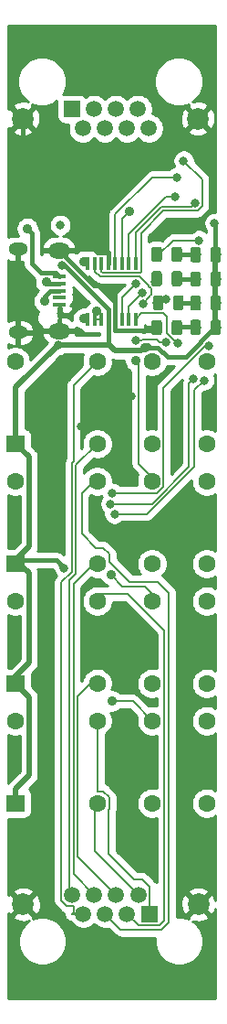
<source format=gtl>
G04 #@! TF.GenerationSoftware,KiCad,Pcbnew,(5.1.4)-1*
G04 #@! TF.CreationDate,2020-09-12T21:49:09-05:00*
G04 #@! TF.ProjectId,NetworkBreaker,4e657477-6f72-46b4-9272-65616b65722e,rev?*
G04 #@! TF.SameCoordinates,Original*
G04 #@! TF.FileFunction,Copper,L1,Top*
G04 #@! TF.FilePolarity,Positive*
%FSLAX46Y46*%
G04 Gerber Fmt 4.6, Leading zero omitted, Abs format (unit mm)*
G04 Created by KiCad (PCBNEW (5.1.4)-1) date 2020-09-12 21:49:09*
%MOMM*%
%LPD*%
G04 APERTURE LIST*
%ADD10C,0.150000*%
%ADD11C,0.975000*%
%ADD12C,1.600000*%
%ADD13R,1.800000X1.600000*%
%ADD14R,0.400000X1.200000*%
%ADD15O,1.800000X1.150000*%
%ADD16O,2.000000X1.450000*%
%ADD17R,1.300000X0.450000*%
%ADD18C,2.000000*%
%ADD19C,1.500000*%
%ADD20R,1.500000X1.500000*%
%ADD21C,0.800000*%
%ADD22C,0.900000*%
%ADD23C,0.500000*%
%ADD24C,0.400000*%
%ADD25C,0.152400*%
%ADD26C,0.200000*%
%ADD27C,0.254000*%
G04 APERTURE END LIST*
D10*
G36*
X216755142Y-79191174D02*
G01*
X216778803Y-79194684D01*
X216802007Y-79200496D01*
X216824529Y-79208554D01*
X216846153Y-79218782D01*
X216866670Y-79231079D01*
X216885883Y-79245329D01*
X216903607Y-79261393D01*
X216919671Y-79279117D01*
X216933921Y-79298330D01*
X216946218Y-79318847D01*
X216956446Y-79340471D01*
X216964504Y-79362993D01*
X216970316Y-79386197D01*
X216973826Y-79409858D01*
X216975000Y-79433750D01*
X216975000Y-80346250D01*
X216973826Y-80370142D01*
X216970316Y-80393803D01*
X216964504Y-80417007D01*
X216956446Y-80439529D01*
X216946218Y-80461153D01*
X216933921Y-80481670D01*
X216919671Y-80500883D01*
X216903607Y-80518607D01*
X216885883Y-80534671D01*
X216866670Y-80548921D01*
X216846153Y-80561218D01*
X216824529Y-80571446D01*
X216802007Y-80579504D01*
X216778803Y-80585316D01*
X216755142Y-80588826D01*
X216731250Y-80590000D01*
X216243750Y-80590000D01*
X216219858Y-80588826D01*
X216196197Y-80585316D01*
X216172993Y-80579504D01*
X216150471Y-80571446D01*
X216128847Y-80561218D01*
X216108330Y-80548921D01*
X216089117Y-80534671D01*
X216071393Y-80518607D01*
X216055329Y-80500883D01*
X216041079Y-80481670D01*
X216028782Y-80461153D01*
X216018554Y-80439529D01*
X216010496Y-80417007D01*
X216004684Y-80393803D01*
X216001174Y-80370142D01*
X216000000Y-80346250D01*
X216000000Y-79433750D01*
X216001174Y-79409858D01*
X216004684Y-79386197D01*
X216010496Y-79362993D01*
X216018554Y-79340471D01*
X216028782Y-79318847D01*
X216041079Y-79298330D01*
X216055329Y-79279117D01*
X216071393Y-79261393D01*
X216089117Y-79245329D01*
X216108330Y-79231079D01*
X216128847Y-79218782D01*
X216150471Y-79208554D01*
X216172993Y-79200496D01*
X216196197Y-79194684D01*
X216219858Y-79191174D01*
X216243750Y-79190000D01*
X216731250Y-79190000D01*
X216755142Y-79191174D01*
X216755142Y-79191174D01*
G37*
D11*
X216487500Y-79890000D03*
D10*
G36*
X214880142Y-79191174D02*
G01*
X214903803Y-79194684D01*
X214927007Y-79200496D01*
X214949529Y-79208554D01*
X214971153Y-79218782D01*
X214991670Y-79231079D01*
X215010883Y-79245329D01*
X215028607Y-79261393D01*
X215044671Y-79279117D01*
X215058921Y-79298330D01*
X215071218Y-79318847D01*
X215081446Y-79340471D01*
X215089504Y-79362993D01*
X215095316Y-79386197D01*
X215098826Y-79409858D01*
X215100000Y-79433750D01*
X215100000Y-80346250D01*
X215098826Y-80370142D01*
X215095316Y-80393803D01*
X215089504Y-80417007D01*
X215081446Y-80439529D01*
X215071218Y-80461153D01*
X215058921Y-80481670D01*
X215044671Y-80500883D01*
X215028607Y-80518607D01*
X215010883Y-80534671D01*
X214991670Y-80548921D01*
X214971153Y-80561218D01*
X214949529Y-80571446D01*
X214927007Y-80579504D01*
X214903803Y-80585316D01*
X214880142Y-80588826D01*
X214856250Y-80590000D01*
X214368750Y-80590000D01*
X214344858Y-80588826D01*
X214321197Y-80585316D01*
X214297993Y-80579504D01*
X214275471Y-80571446D01*
X214253847Y-80561218D01*
X214233330Y-80548921D01*
X214214117Y-80534671D01*
X214196393Y-80518607D01*
X214180329Y-80500883D01*
X214166079Y-80481670D01*
X214153782Y-80461153D01*
X214143554Y-80439529D01*
X214135496Y-80417007D01*
X214129684Y-80393803D01*
X214126174Y-80370142D01*
X214125000Y-80346250D01*
X214125000Y-79433750D01*
X214126174Y-79409858D01*
X214129684Y-79386197D01*
X214135496Y-79362993D01*
X214143554Y-79340471D01*
X214153782Y-79318847D01*
X214166079Y-79298330D01*
X214180329Y-79279117D01*
X214196393Y-79261393D01*
X214214117Y-79245329D01*
X214233330Y-79231079D01*
X214253847Y-79218782D01*
X214275471Y-79208554D01*
X214297993Y-79200496D01*
X214321197Y-79194684D01*
X214344858Y-79191174D01*
X214368750Y-79190000D01*
X214856250Y-79190000D01*
X214880142Y-79191174D01*
X214880142Y-79191174D01*
G37*
D11*
X214612500Y-79890000D03*
D10*
G36*
X216615142Y-81496174D02*
G01*
X216638803Y-81499684D01*
X216662007Y-81505496D01*
X216684529Y-81513554D01*
X216706153Y-81523782D01*
X216726670Y-81536079D01*
X216745883Y-81550329D01*
X216763607Y-81566393D01*
X216779671Y-81584117D01*
X216793921Y-81603330D01*
X216806218Y-81623847D01*
X216816446Y-81645471D01*
X216824504Y-81667993D01*
X216830316Y-81691197D01*
X216833826Y-81714858D01*
X216835000Y-81738750D01*
X216835000Y-82651250D01*
X216833826Y-82675142D01*
X216830316Y-82698803D01*
X216824504Y-82722007D01*
X216816446Y-82744529D01*
X216806218Y-82766153D01*
X216793921Y-82786670D01*
X216779671Y-82805883D01*
X216763607Y-82823607D01*
X216745883Y-82839671D01*
X216726670Y-82853921D01*
X216706153Y-82866218D01*
X216684529Y-82876446D01*
X216662007Y-82884504D01*
X216638803Y-82890316D01*
X216615142Y-82893826D01*
X216591250Y-82895000D01*
X216103750Y-82895000D01*
X216079858Y-82893826D01*
X216056197Y-82890316D01*
X216032993Y-82884504D01*
X216010471Y-82876446D01*
X215988847Y-82866218D01*
X215968330Y-82853921D01*
X215949117Y-82839671D01*
X215931393Y-82823607D01*
X215915329Y-82805883D01*
X215901079Y-82786670D01*
X215888782Y-82766153D01*
X215878554Y-82744529D01*
X215870496Y-82722007D01*
X215864684Y-82698803D01*
X215861174Y-82675142D01*
X215860000Y-82651250D01*
X215860000Y-81738750D01*
X215861174Y-81714858D01*
X215864684Y-81691197D01*
X215870496Y-81667993D01*
X215878554Y-81645471D01*
X215888782Y-81623847D01*
X215901079Y-81603330D01*
X215915329Y-81584117D01*
X215931393Y-81566393D01*
X215949117Y-81550329D01*
X215968330Y-81536079D01*
X215988847Y-81523782D01*
X216010471Y-81513554D01*
X216032993Y-81505496D01*
X216056197Y-81499684D01*
X216079858Y-81496174D01*
X216103750Y-81495000D01*
X216591250Y-81495000D01*
X216615142Y-81496174D01*
X216615142Y-81496174D01*
G37*
D11*
X216347500Y-82195000D03*
D10*
G36*
X214740142Y-81496174D02*
G01*
X214763803Y-81499684D01*
X214787007Y-81505496D01*
X214809529Y-81513554D01*
X214831153Y-81523782D01*
X214851670Y-81536079D01*
X214870883Y-81550329D01*
X214888607Y-81566393D01*
X214904671Y-81584117D01*
X214918921Y-81603330D01*
X214931218Y-81623847D01*
X214941446Y-81645471D01*
X214949504Y-81667993D01*
X214955316Y-81691197D01*
X214958826Y-81714858D01*
X214960000Y-81738750D01*
X214960000Y-82651250D01*
X214958826Y-82675142D01*
X214955316Y-82698803D01*
X214949504Y-82722007D01*
X214941446Y-82744529D01*
X214931218Y-82766153D01*
X214918921Y-82786670D01*
X214904671Y-82805883D01*
X214888607Y-82823607D01*
X214870883Y-82839671D01*
X214851670Y-82853921D01*
X214831153Y-82866218D01*
X214809529Y-82876446D01*
X214787007Y-82884504D01*
X214763803Y-82890316D01*
X214740142Y-82893826D01*
X214716250Y-82895000D01*
X214228750Y-82895000D01*
X214204858Y-82893826D01*
X214181197Y-82890316D01*
X214157993Y-82884504D01*
X214135471Y-82876446D01*
X214113847Y-82866218D01*
X214093330Y-82853921D01*
X214074117Y-82839671D01*
X214056393Y-82823607D01*
X214040329Y-82805883D01*
X214026079Y-82786670D01*
X214013782Y-82766153D01*
X214003554Y-82744529D01*
X213995496Y-82722007D01*
X213989684Y-82698803D01*
X213986174Y-82675142D01*
X213985000Y-82651250D01*
X213985000Y-81738750D01*
X213986174Y-81714858D01*
X213989684Y-81691197D01*
X213995496Y-81667993D01*
X214003554Y-81645471D01*
X214013782Y-81623847D01*
X214026079Y-81603330D01*
X214040329Y-81584117D01*
X214056393Y-81566393D01*
X214074117Y-81550329D01*
X214093330Y-81536079D01*
X214113847Y-81523782D01*
X214135471Y-81513554D01*
X214157993Y-81505496D01*
X214181197Y-81499684D01*
X214204858Y-81496174D01*
X214228750Y-81495000D01*
X214716250Y-81495000D01*
X214740142Y-81496174D01*
X214740142Y-81496174D01*
G37*
D11*
X214472500Y-82195000D03*
D10*
G36*
X216615142Y-76969507D02*
G01*
X216638803Y-76973017D01*
X216662007Y-76978829D01*
X216684529Y-76986887D01*
X216706153Y-76997115D01*
X216726670Y-77009412D01*
X216745883Y-77023662D01*
X216763607Y-77039726D01*
X216779671Y-77057450D01*
X216793921Y-77076663D01*
X216806218Y-77097180D01*
X216816446Y-77118804D01*
X216824504Y-77141326D01*
X216830316Y-77164530D01*
X216833826Y-77188191D01*
X216835000Y-77212083D01*
X216835000Y-78124583D01*
X216833826Y-78148475D01*
X216830316Y-78172136D01*
X216824504Y-78195340D01*
X216816446Y-78217862D01*
X216806218Y-78239486D01*
X216793921Y-78260003D01*
X216779671Y-78279216D01*
X216763607Y-78296940D01*
X216745883Y-78313004D01*
X216726670Y-78327254D01*
X216706153Y-78339551D01*
X216684529Y-78349779D01*
X216662007Y-78357837D01*
X216638803Y-78363649D01*
X216615142Y-78367159D01*
X216591250Y-78368333D01*
X216103750Y-78368333D01*
X216079858Y-78367159D01*
X216056197Y-78363649D01*
X216032993Y-78357837D01*
X216010471Y-78349779D01*
X215988847Y-78339551D01*
X215968330Y-78327254D01*
X215949117Y-78313004D01*
X215931393Y-78296940D01*
X215915329Y-78279216D01*
X215901079Y-78260003D01*
X215888782Y-78239486D01*
X215878554Y-78217862D01*
X215870496Y-78195340D01*
X215864684Y-78172136D01*
X215861174Y-78148475D01*
X215860000Y-78124583D01*
X215860000Y-77212083D01*
X215861174Y-77188191D01*
X215864684Y-77164530D01*
X215870496Y-77141326D01*
X215878554Y-77118804D01*
X215888782Y-77097180D01*
X215901079Y-77076663D01*
X215915329Y-77057450D01*
X215931393Y-77039726D01*
X215949117Y-77023662D01*
X215968330Y-77009412D01*
X215988847Y-76997115D01*
X216010471Y-76986887D01*
X216032993Y-76978829D01*
X216056197Y-76973017D01*
X216079858Y-76969507D01*
X216103750Y-76968333D01*
X216591250Y-76968333D01*
X216615142Y-76969507D01*
X216615142Y-76969507D01*
G37*
D11*
X216347500Y-77668333D03*
D10*
G36*
X214740142Y-76969507D02*
G01*
X214763803Y-76973017D01*
X214787007Y-76978829D01*
X214809529Y-76986887D01*
X214831153Y-76997115D01*
X214851670Y-77009412D01*
X214870883Y-77023662D01*
X214888607Y-77039726D01*
X214904671Y-77057450D01*
X214918921Y-77076663D01*
X214931218Y-77097180D01*
X214941446Y-77118804D01*
X214949504Y-77141326D01*
X214955316Y-77164530D01*
X214958826Y-77188191D01*
X214960000Y-77212083D01*
X214960000Y-78124583D01*
X214958826Y-78148475D01*
X214955316Y-78172136D01*
X214949504Y-78195340D01*
X214941446Y-78217862D01*
X214931218Y-78239486D01*
X214918921Y-78260003D01*
X214904671Y-78279216D01*
X214888607Y-78296940D01*
X214870883Y-78313004D01*
X214851670Y-78327254D01*
X214831153Y-78339551D01*
X214809529Y-78349779D01*
X214787007Y-78357837D01*
X214763803Y-78363649D01*
X214740142Y-78367159D01*
X214716250Y-78368333D01*
X214228750Y-78368333D01*
X214204858Y-78367159D01*
X214181197Y-78363649D01*
X214157993Y-78357837D01*
X214135471Y-78349779D01*
X214113847Y-78339551D01*
X214093330Y-78327254D01*
X214074117Y-78313004D01*
X214056393Y-78296940D01*
X214040329Y-78279216D01*
X214026079Y-78260003D01*
X214013782Y-78239486D01*
X214003554Y-78217862D01*
X213995496Y-78195340D01*
X213989684Y-78172136D01*
X213986174Y-78148475D01*
X213985000Y-78124583D01*
X213985000Y-77212083D01*
X213986174Y-77188191D01*
X213989684Y-77164530D01*
X213995496Y-77141326D01*
X214003554Y-77118804D01*
X214013782Y-77097180D01*
X214026079Y-77076663D01*
X214040329Y-77057450D01*
X214056393Y-77039726D01*
X214074117Y-77023662D01*
X214093330Y-77009412D01*
X214113847Y-76997115D01*
X214135471Y-76986887D01*
X214157993Y-76978829D01*
X214181197Y-76973017D01*
X214204858Y-76969507D01*
X214228750Y-76968333D01*
X214716250Y-76968333D01*
X214740142Y-76969507D01*
X214740142Y-76969507D01*
G37*
D11*
X214472500Y-77668333D03*
D10*
G36*
X216615142Y-74706174D02*
G01*
X216638803Y-74709684D01*
X216662007Y-74715496D01*
X216684529Y-74723554D01*
X216706153Y-74733782D01*
X216726670Y-74746079D01*
X216745883Y-74760329D01*
X216763607Y-74776393D01*
X216779671Y-74794117D01*
X216793921Y-74813330D01*
X216806218Y-74833847D01*
X216816446Y-74855471D01*
X216824504Y-74877993D01*
X216830316Y-74901197D01*
X216833826Y-74924858D01*
X216835000Y-74948750D01*
X216835000Y-75861250D01*
X216833826Y-75885142D01*
X216830316Y-75908803D01*
X216824504Y-75932007D01*
X216816446Y-75954529D01*
X216806218Y-75976153D01*
X216793921Y-75996670D01*
X216779671Y-76015883D01*
X216763607Y-76033607D01*
X216745883Y-76049671D01*
X216726670Y-76063921D01*
X216706153Y-76076218D01*
X216684529Y-76086446D01*
X216662007Y-76094504D01*
X216638803Y-76100316D01*
X216615142Y-76103826D01*
X216591250Y-76105000D01*
X216103750Y-76105000D01*
X216079858Y-76103826D01*
X216056197Y-76100316D01*
X216032993Y-76094504D01*
X216010471Y-76086446D01*
X215988847Y-76076218D01*
X215968330Y-76063921D01*
X215949117Y-76049671D01*
X215931393Y-76033607D01*
X215915329Y-76015883D01*
X215901079Y-75996670D01*
X215888782Y-75976153D01*
X215878554Y-75954529D01*
X215870496Y-75932007D01*
X215864684Y-75908803D01*
X215861174Y-75885142D01*
X215860000Y-75861250D01*
X215860000Y-74948750D01*
X215861174Y-74924858D01*
X215864684Y-74901197D01*
X215870496Y-74877993D01*
X215878554Y-74855471D01*
X215888782Y-74833847D01*
X215901079Y-74813330D01*
X215915329Y-74794117D01*
X215931393Y-74776393D01*
X215949117Y-74760329D01*
X215968330Y-74746079D01*
X215988847Y-74733782D01*
X216010471Y-74723554D01*
X216032993Y-74715496D01*
X216056197Y-74709684D01*
X216079858Y-74706174D01*
X216103750Y-74705000D01*
X216591250Y-74705000D01*
X216615142Y-74706174D01*
X216615142Y-74706174D01*
G37*
D11*
X216347500Y-75405000D03*
D10*
G36*
X214740142Y-74706174D02*
G01*
X214763803Y-74709684D01*
X214787007Y-74715496D01*
X214809529Y-74723554D01*
X214831153Y-74733782D01*
X214851670Y-74746079D01*
X214870883Y-74760329D01*
X214888607Y-74776393D01*
X214904671Y-74794117D01*
X214918921Y-74813330D01*
X214931218Y-74833847D01*
X214941446Y-74855471D01*
X214949504Y-74877993D01*
X214955316Y-74901197D01*
X214958826Y-74924858D01*
X214960000Y-74948750D01*
X214960000Y-75861250D01*
X214958826Y-75885142D01*
X214955316Y-75908803D01*
X214949504Y-75932007D01*
X214941446Y-75954529D01*
X214931218Y-75976153D01*
X214918921Y-75996670D01*
X214904671Y-76015883D01*
X214888607Y-76033607D01*
X214870883Y-76049671D01*
X214851670Y-76063921D01*
X214831153Y-76076218D01*
X214809529Y-76086446D01*
X214787007Y-76094504D01*
X214763803Y-76100316D01*
X214740142Y-76103826D01*
X214716250Y-76105000D01*
X214228750Y-76105000D01*
X214204858Y-76103826D01*
X214181197Y-76100316D01*
X214157993Y-76094504D01*
X214135471Y-76086446D01*
X214113847Y-76076218D01*
X214093330Y-76063921D01*
X214074117Y-76049671D01*
X214056393Y-76033607D01*
X214040329Y-76015883D01*
X214026079Y-75996670D01*
X214013782Y-75976153D01*
X214003554Y-75954529D01*
X213995496Y-75932007D01*
X213989684Y-75908803D01*
X213986174Y-75885142D01*
X213985000Y-75861250D01*
X213985000Y-74948750D01*
X213986174Y-74924858D01*
X213989684Y-74901197D01*
X213995496Y-74877993D01*
X214003554Y-74855471D01*
X214013782Y-74833847D01*
X214026079Y-74813330D01*
X214040329Y-74794117D01*
X214056393Y-74776393D01*
X214074117Y-74760329D01*
X214093330Y-74746079D01*
X214113847Y-74733782D01*
X214135471Y-74723554D01*
X214157993Y-74715496D01*
X214181197Y-74709684D01*
X214204858Y-74706174D01*
X214228750Y-74705000D01*
X214716250Y-74705000D01*
X214740142Y-74706174D01*
X214740142Y-74706174D01*
G37*
D11*
X214472500Y-75405000D03*
D12*
X214030000Y-92940000D03*
X219110000Y-92940000D03*
X208950000Y-92940000D03*
X201330000Y-85320000D03*
D13*
X201330000Y-92940000D03*
D12*
X219110000Y-85320000D03*
X214030000Y-85320000D03*
X208950000Y-85320000D03*
X214030000Y-104020000D03*
X219110000Y-104020000D03*
X208950000Y-104020000D03*
X201330000Y-96400000D03*
D13*
X201330000Y-104020000D03*
D12*
X219110000Y-96400000D03*
X214030000Y-96400000D03*
X208950000Y-96400000D03*
X214030000Y-115100000D03*
X219110000Y-115100000D03*
X208950000Y-115100000D03*
X201330000Y-107480000D03*
D13*
X201330000Y-115100000D03*
D12*
X219110000Y-107480000D03*
X214030000Y-107480000D03*
X208950000Y-107480000D03*
X214030000Y-126180000D03*
X219110000Y-126180000D03*
X208950000Y-126180000D03*
X201330000Y-118560000D03*
D13*
X201330000Y-126180000D03*
D12*
X219110000Y-118560000D03*
X214030000Y-118560000D03*
X208950000Y-118560000D03*
D10*
G36*
X220235142Y-81451174D02*
G01*
X220258803Y-81454684D01*
X220282007Y-81460496D01*
X220304529Y-81468554D01*
X220326153Y-81478782D01*
X220346670Y-81491079D01*
X220365883Y-81505329D01*
X220383607Y-81521393D01*
X220399671Y-81539117D01*
X220413921Y-81558330D01*
X220426218Y-81578847D01*
X220436446Y-81600471D01*
X220444504Y-81622993D01*
X220450316Y-81646197D01*
X220453826Y-81669858D01*
X220455000Y-81693750D01*
X220455000Y-82606250D01*
X220453826Y-82630142D01*
X220450316Y-82653803D01*
X220444504Y-82677007D01*
X220436446Y-82699529D01*
X220426218Y-82721153D01*
X220413921Y-82741670D01*
X220399671Y-82760883D01*
X220383607Y-82778607D01*
X220365883Y-82794671D01*
X220346670Y-82808921D01*
X220326153Y-82821218D01*
X220304529Y-82831446D01*
X220282007Y-82839504D01*
X220258803Y-82845316D01*
X220235142Y-82848826D01*
X220211250Y-82850000D01*
X219723750Y-82850000D01*
X219699858Y-82848826D01*
X219676197Y-82845316D01*
X219652993Y-82839504D01*
X219630471Y-82831446D01*
X219608847Y-82821218D01*
X219588330Y-82808921D01*
X219569117Y-82794671D01*
X219551393Y-82778607D01*
X219535329Y-82760883D01*
X219521079Y-82741670D01*
X219508782Y-82721153D01*
X219498554Y-82699529D01*
X219490496Y-82677007D01*
X219484684Y-82653803D01*
X219481174Y-82630142D01*
X219480000Y-82606250D01*
X219480000Y-81693750D01*
X219481174Y-81669858D01*
X219484684Y-81646197D01*
X219490496Y-81622993D01*
X219498554Y-81600471D01*
X219508782Y-81578847D01*
X219521079Y-81558330D01*
X219535329Y-81539117D01*
X219551393Y-81521393D01*
X219569117Y-81505329D01*
X219588330Y-81491079D01*
X219608847Y-81478782D01*
X219630471Y-81468554D01*
X219652993Y-81460496D01*
X219676197Y-81454684D01*
X219699858Y-81451174D01*
X219723750Y-81450000D01*
X220211250Y-81450000D01*
X220235142Y-81451174D01*
X220235142Y-81451174D01*
G37*
D11*
X219967500Y-82150000D03*
D10*
G36*
X218360142Y-81451174D02*
G01*
X218383803Y-81454684D01*
X218407007Y-81460496D01*
X218429529Y-81468554D01*
X218451153Y-81478782D01*
X218471670Y-81491079D01*
X218490883Y-81505329D01*
X218508607Y-81521393D01*
X218524671Y-81539117D01*
X218538921Y-81558330D01*
X218551218Y-81578847D01*
X218561446Y-81600471D01*
X218569504Y-81622993D01*
X218575316Y-81646197D01*
X218578826Y-81669858D01*
X218580000Y-81693750D01*
X218580000Y-82606250D01*
X218578826Y-82630142D01*
X218575316Y-82653803D01*
X218569504Y-82677007D01*
X218561446Y-82699529D01*
X218551218Y-82721153D01*
X218538921Y-82741670D01*
X218524671Y-82760883D01*
X218508607Y-82778607D01*
X218490883Y-82794671D01*
X218471670Y-82808921D01*
X218451153Y-82821218D01*
X218429529Y-82831446D01*
X218407007Y-82839504D01*
X218383803Y-82845316D01*
X218360142Y-82848826D01*
X218336250Y-82850000D01*
X217848750Y-82850000D01*
X217824858Y-82848826D01*
X217801197Y-82845316D01*
X217777993Y-82839504D01*
X217755471Y-82831446D01*
X217733847Y-82821218D01*
X217713330Y-82808921D01*
X217694117Y-82794671D01*
X217676393Y-82778607D01*
X217660329Y-82760883D01*
X217646079Y-82741670D01*
X217633782Y-82721153D01*
X217623554Y-82699529D01*
X217615496Y-82677007D01*
X217609684Y-82653803D01*
X217606174Y-82630142D01*
X217605000Y-82606250D01*
X217605000Y-81693750D01*
X217606174Y-81669858D01*
X217609684Y-81646197D01*
X217615496Y-81622993D01*
X217623554Y-81600471D01*
X217633782Y-81578847D01*
X217646079Y-81558330D01*
X217660329Y-81539117D01*
X217676393Y-81521393D01*
X217694117Y-81505329D01*
X217713330Y-81491079D01*
X217733847Y-81478782D01*
X217755471Y-81468554D01*
X217777993Y-81460496D01*
X217801197Y-81454684D01*
X217824858Y-81451174D01*
X217848750Y-81450000D01*
X218336250Y-81450000D01*
X218360142Y-81451174D01*
X218360142Y-81451174D01*
G37*
D11*
X218092500Y-82150000D03*
D10*
G36*
X220235142Y-79217840D02*
G01*
X220258803Y-79221350D01*
X220282007Y-79227162D01*
X220304529Y-79235220D01*
X220326153Y-79245448D01*
X220346670Y-79257745D01*
X220365883Y-79271995D01*
X220383607Y-79288059D01*
X220399671Y-79305783D01*
X220413921Y-79324996D01*
X220426218Y-79345513D01*
X220436446Y-79367137D01*
X220444504Y-79389659D01*
X220450316Y-79412863D01*
X220453826Y-79436524D01*
X220455000Y-79460416D01*
X220455000Y-80372916D01*
X220453826Y-80396808D01*
X220450316Y-80420469D01*
X220444504Y-80443673D01*
X220436446Y-80466195D01*
X220426218Y-80487819D01*
X220413921Y-80508336D01*
X220399671Y-80527549D01*
X220383607Y-80545273D01*
X220365883Y-80561337D01*
X220346670Y-80575587D01*
X220326153Y-80587884D01*
X220304529Y-80598112D01*
X220282007Y-80606170D01*
X220258803Y-80611982D01*
X220235142Y-80615492D01*
X220211250Y-80616666D01*
X219723750Y-80616666D01*
X219699858Y-80615492D01*
X219676197Y-80611982D01*
X219652993Y-80606170D01*
X219630471Y-80598112D01*
X219608847Y-80587884D01*
X219588330Y-80575587D01*
X219569117Y-80561337D01*
X219551393Y-80545273D01*
X219535329Y-80527549D01*
X219521079Y-80508336D01*
X219508782Y-80487819D01*
X219498554Y-80466195D01*
X219490496Y-80443673D01*
X219484684Y-80420469D01*
X219481174Y-80396808D01*
X219480000Y-80372916D01*
X219480000Y-79460416D01*
X219481174Y-79436524D01*
X219484684Y-79412863D01*
X219490496Y-79389659D01*
X219498554Y-79367137D01*
X219508782Y-79345513D01*
X219521079Y-79324996D01*
X219535329Y-79305783D01*
X219551393Y-79288059D01*
X219569117Y-79271995D01*
X219588330Y-79257745D01*
X219608847Y-79245448D01*
X219630471Y-79235220D01*
X219652993Y-79227162D01*
X219676197Y-79221350D01*
X219699858Y-79217840D01*
X219723750Y-79216666D01*
X220211250Y-79216666D01*
X220235142Y-79217840D01*
X220235142Y-79217840D01*
G37*
D11*
X219967500Y-79916666D03*
D10*
G36*
X218360142Y-79217840D02*
G01*
X218383803Y-79221350D01*
X218407007Y-79227162D01*
X218429529Y-79235220D01*
X218451153Y-79245448D01*
X218471670Y-79257745D01*
X218490883Y-79271995D01*
X218508607Y-79288059D01*
X218524671Y-79305783D01*
X218538921Y-79324996D01*
X218551218Y-79345513D01*
X218561446Y-79367137D01*
X218569504Y-79389659D01*
X218575316Y-79412863D01*
X218578826Y-79436524D01*
X218580000Y-79460416D01*
X218580000Y-80372916D01*
X218578826Y-80396808D01*
X218575316Y-80420469D01*
X218569504Y-80443673D01*
X218561446Y-80466195D01*
X218551218Y-80487819D01*
X218538921Y-80508336D01*
X218524671Y-80527549D01*
X218508607Y-80545273D01*
X218490883Y-80561337D01*
X218471670Y-80575587D01*
X218451153Y-80587884D01*
X218429529Y-80598112D01*
X218407007Y-80606170D01*
X218383803Y-80611982D01*
X218360142Y-80615492D01*
X218336250Y-80616666D01*
X217848750Y-80616666D01*
X217824858Y-80615492D01*
X217801197Y-80611982D01*
X217777993Y-80606170D01*
X217755471Y-80598112D01*
X217733847Y-80587884D01*
X217713330Y-80575587D01*
X217694117Y-80561337D01*
X217676393Y-80545273D01*
X217660329Y-80527549D01*
X217646079Y-80508336D01*
X217633782Y-80487819D01*
X217623554Y-80466195D01*
X217615496Y-80443673D01*
X217609684Y-80420469D01*
X217606174Y-80396808D01*
X217605000Y-80372916D01*
X217605000Y-79460416D01*
X217606174Y-79436524D01*
X217609684Y-79412863D01*
X217615496Y-79389659D01*
X217623554Y-79367137D01*
X217633782Y-79345513D01*
X217646079Y-79324996D01*
X217660329Y-79305783D01*
X217676393Y-79288059D01*
X217694117Y-79271995D01*
X217713330Y-79257745D01*
X217733847Y-79245448D01*
X217755471Y-79235220D01*
X217777993Y-79227162D01*
X217801197Y-79221350D01*
X217824858Y-79217840D01*
X217848750Y-79216666D01*
X218336250Y-79216666D01*
X218360142Y-79217840D01*
X218360142Y-79217840D01*
G37*
D11*
X218092500Y-79916666D03*
D10*
G36*
X220235142Y-76984507D02*
G01*
X220258803Y-76988017D01*
X220282007Y-76993829D01*
X220304529Y-77001887D01*
X220326153Y-77012115D01*
X220346670Y-77024412D01*
X220365883Y-77038662D01*
X220383607Y-77054726D01*
X220399671Y-77072450D01*
X220413921Y-77091663D01*
X220426218Y-77112180D01*
X220436446Y-77133804D01*
X220444504Y-77156326D01*
X220450316Y-77179530D01*
X220453826Y-77203191D01*
X220455000Y-77227083D01*
X220455000Y-78139583D01*
X220453826Y-78163475D01*
X220450316Y-78187136D01*
X220444504Y-78210340D01*
X220436446Y-78232862D01*
X220426218Y-78254486D01*
X220413921Y-78275003D01*
X220399671Y-78294216D01*
X220383607Y-78311940D01*
X220365883Y-78328004D01*
X220346670Y-78342254D01*
X220326153Y-78354551D01*
X220304529Y-78364779D01*
X220282007Y-78372837D01*
X220258803Y-78378649D01*
X220235142Y-78382159D01*
X220211250Y-78383333D01*
X219723750Y-78383333D01*
X219699858Y-78382159D01*
X219676197Y-78378649D01*
X219652993Y-78372837D01*
X219630471Y-78364779D01*
X219608847Y-78354551D01*
X219588330Y-78342254D01*
X219569117Y-78328004D01*
X219551393Y-78311940D01*
X219535329Y-78294216D01*
X219521079Y-78275003D01*
X219508782Y-78254486D01*
X219498554Y-78232862D01*
X219490496Y-78210340D01*
X219484684Y-78187136D01*
X219481174Y-78163475D01*
X219480000Y-78139583D01*
X219480000Y-77227083D01*
X219481174Y-77203191D01*
X219484684Y-77179530D01*
X219490496Y-77156326D01*
X219498554Y-77133804D01*
X219508782Y-77112180D01*
X219521079Y-77091663D01*
X219535329Y-77072450D01*
X219551393Y-77054726D01*
X219569117Y-77038662D01*
X219588330Y-77024412D01*
X219608847Y-77012115D01*
X219630471Y-77001887D01*
X219652993Y-76993829D01*
X219676197Y-76988017D01*
X219699858Y-76984507D01*
X219723750Y-76983333D01*
X220211250Y-76983333D01*
X220235142Y-76984507D01*
X220235142Y-76984507D01*
G37*
D11*
X219967500Y-77683333D03*
D10*
G36*
X218360142Y-76984507D02*
G01*
X218383803Y-76988017D01*
X218407007Y-76993829D01*
X218429529Y-77001887D01*
X218451153Y-77012115D01*
X218471670Y-77024412D01*
X218490883Y-77038662D01*
X218508607Y-77054726D01*
X218524671Y-77072450D01*
X218538921Y-77091663D01*
X218551218Y-77112180D01*
X218561446Y-77133804D01*
X218569504Y-77156326D01*
X218575316Y-77179530D01*
X218578826Y-77203191D01*
X218580000Y-77227083D01*
X218580000Y-78139583D01*
X218578826Y-78163475D01*
X218575316Y-78187136D01*
X218569504Y-78210340D01*
X218561446Y-78232862D01*
X218551218Y-78254486D01*
X218538921Y-78275003D01*
X218524671Y-78294216D01*
X218508607Y-78311940D01*
X218490883Y-78328004D01*
X218471670Y-78342254D01*
X218451153Y-78354551D01*
X218429529Y-78364779D01*
X218407007Y-78372837D01*
X218383803Y-78378649D01*
X218360142Y-78382159D01*
X218336250Y-78383333D01*
X217848750Y-78383333D01*
X217824858Y-78382159D01*
X217801197Y-78378649D01*
X217777993Y-78372837D01*
X217755471Y-78364779D01*
X217733847Y-78354551D01*
X217713330Y-78342254D01*
X217694117Y-78328004D01*
X217676393Y-78311940D01*
X217660329Y-78294216D01*
X217646079Y-78275003D01*
X217633782Y-78254486D01*
X217623554Y-78232862D01*
X217615496Y-78210340D01*
X217609684Y-78187136D01*
X217606174Y-78163475D01*
X217605000Y-78139583D01*
X217605000Y-77227083D01*
X217606174Y-77203191D01*
X217609684Y-77179530D01*
X217615496Y-77156326D01*
X217623554Y-77133804D01*
X217633782Y-77112180D01*
X217646079Y-77091663D01*
X217660329Y-77072450D01*
X217676393Y-77054726D01*
X217694117Y-77038662D01*
X217713330Y-77024412D01*
X217733847Y-77012115D01*
X217755471Y-77001887D01*
X217777993Y-76993829D01*
X217801197Y-76988017D01*
X217824858Y-76984507D01*
X217848750Y-76983333D01*
X218336250Y-76983333D01*
X218360142Y-76984507D01*
X218360142Y-76984507D01*
G37*
D11*
X218092500Y-77683333D03*
D10*
G36*
X220235142Y-74751174D02*
G01*
X220258803Y-74754684D01*
X220282007Y-74760496D01*
X220304529Y-74768554D01*
X220326153Y-74778782D01*
X220346670Y-74791079D01*
X220365883Y-74805329D01*
X220383607Y-74821393D01*
X220399671Y-74839117D01*
X220413921Y-74858330D01*
X220426218Y-74878847D01*
X220436446Y-74900471D01*
X220444504Y-74922993D01*
X220450316Y-74946197D01*
X220453826Y-74969858D01*
X220455000Y-74993750D01*
X220455000Y-75906250D01*
X220453826Y-75930142D01*
X220450316Y-75953803D01*
X220444504Y-75977007D01*
X220436446Y-75999529D01*
X220426218Y-76021153D01*
X220413921Y-76041670D01*
X220399671Y-76060883D01*
X220383607Y-76078607D01*
X220365883Y-76094671D01*
X220346670Y-76108921D01*
X220326153Y-76121218D01*
X220304529Y-76131446D01*
X220282007Y-76139504D01*
X220258803Y-76145316D01*
X220235142Y-76148826D01*
X220211250Y-76150000D01*
X219723750Y-76150000D01*
X219699858Y-76148826D01*
X219676197Y-76145316D01*
X219652993Y-76139504D01*
X219630471Y-76131446D01*
X219608847Y-76121218D01*
X219588330Y-76108921D01*
X219569117Y-76094671D01*
X219551393Y-76078607D01*
X219535329Y-76060883D01*
X219521079Y-76041670D01*
X219508782Y-76021153D01*
X219498554Y-75999529D01*
X219490496Y-75977007D01*
X219484684Y-75953803D01*
X219481174Y-75930142D01*
X219480000Y-75906250D01*
X219480000Y-74993750D01*
X219481174Y-74969858D01*
X219484684Y-74946197D01*
X219490496Y-74922993D01*
X219498554Y-74900471D01*
X219508782Y-74878847D01*
X219521079Y-74858330D01*
X219535329Y-74839117D01*
X219551393Y-74821393D01*
X219569117Y-74805329D01*
X219588330Y-74791079D01*
X219608847Y-74778782D01*
X219630471Y-74768554D01*
X219652993Y-74760496D01*
X219676197Y-74754684D01*
X219699858Y-74751174D01*
X219723750Y-74750000D01*
X220211250Y-74750000D01*
X220235142Y-74751174D01*
X220235142Y-74751174D01*
G37*
D11*
X219967500Y-75450000D03*
D10*
G36*
X218360142Y-74751174D02*
G01*
X218383803Y-74754684D01*
X218407007Y-74760496D01*
X218429529Y-74768554D01*
X218451153Y-74778782D01*
X218471670Y-74791079D01*
X218490883Y-74805329D01*
X218508607Y-74821393D01*
X218524671Y-74839117D01*
X218538921Y-74858330D01*
X218551218Y-74878847D01*
X218561446Y-74900471D01*
X218569504Y-74922993D01*
X218575316Y-74946197D01*
X218578826Y-74969858D01*
X218580000Y-74993750D01*
X218580000Y-75906250D01*
X218578826Y-75930142D01*
X218575316Y-75953803D01*
X218569504Y-75977007D01*
X218561446Y-75999529D01*
X218551218Y-76021153D01*
X218538921Y-76041670D01*
X218524671Y-76060883D01*
X218508607Y-76078607D01*
X218490883Y-76094671D01*
X218471670Y-76108921D01*
X218451153Y-76121218D01*
X218429529Y-76131446D01*
X218407007Y-76139504D01*
X218383803Y-76145316D01*
X218360142Y-76148826D01*
X218336250Y-76150000D01*
X217848750Y-76150000D01*
X217824858Y-76148826D01*
X217801197Y-76145316D01*
X217777993Y-76139504D01*
X217755471Y-76131446D01*
X217733847Y-76121218D01*
X217713330Y-76108921D01*
X217694117Y-76094671D01*
X217676393Y-76078607D01*
X217660329Y-76060883D01*
X217646079Y-76041670D01*
X217633782Y-76021153D01*
X217623554Y-75999529D01*
X217615496Y-75977007D01*
X217609684Y-75953803D01*
X217606174Y-75930142D01*
X217605000Y-75906250D01*
X217605000Y-74993750D01*
X217606174Y-74969858D01*
X217609684Y-74946197D01*
X217615496Y-74922993D01*
X217623554Y-74900471D01*
X217633782Y-74878847D01*
X217646079Y-74858330D01*
X217660329Y-74839117D01*
X217676393Y-74821393D01*
X217694117Y-74805329D01*
X217713330Y-74791079D01*
X217733847Y-74778782D01*
X217755471Y-74768554D01*
X217777993Y-74760496D01*
X217801197Y-74754684D01*
X217824858Y-74751174D01*
X217848750Y-74750000D01*
X218336250Y-74750000D01*
X218360142Y-74751174D01*
X218360142Y-74751174D01*
G37*
D11*
X218092500Y-75450000D03*
D14*
X212534900Y-81429200D03*
X211899900Y-81429200D03*
X211264900Y-81429200D03*
X210629900Y-81429200D03*
X209994900Y-81429200D03*
X209359900Y-81429200D03*
X208724900Y-81429200D03*
X208089900Y-81429200D03*
X208089900Y-76229200D03*
X208724900Y-76229200D03*
X209359900Y-76229200D03*
X209994900Y-76229200D03*
X210629900Y-76229200D03*
X211264900Y-76229200D03*
X211899900Y-76229200D03*
X212534900Y-76229200D03*
D15*
X201606000Y-82653400D03*
X201606000Y-74903400D03*
D16*
X205406000Y-82503400D03*
X205406000Y-75053400D03*
D17*
X205456000Y-80078400D03*
X205456000Y-79428400D03*
X205456000Y-78778400D03*
X205456000Y-78128400D03*
X205456000Y-77478400D03*
D18*
X202034000Y-62853600D03*
X218294000Y-62853600D03*
D19*
X213744000Y-63743600D03*
X211704000Y-63743600D03*
X209664000Y-63743600D03*
X207624000Y-63743600D03*
X212724000Y-61963600D03*
X210684000Y-61963600D03*
X208644000Y-61963600D03*
D20*
X206604000Y-61963600D03*
D18*
X218344800Y-135546400D03*
X202084800Y-135546400D03*
D19*
X206634800Y-134656400D03*
X208674800Y-134656400D03*
X210714800Y-134656400D03*
X212754800Y-134656400D03*
X207654800Y-136436400D03*
X209694800Y-136436400D03*
X211734800Y-136436400D03*
D20*
X213774800Y-136436400D03*
D21*
X205520800Y-72695100D03*
X205883210Y-104419700D03*
X205664200Y-76467000D03*
X205326425Y-83828400D03*
X219858982Y-72522825D03*
D22*
X213355918Y-84036210D03*
X213512800Y-121691700D03*
X213398500Y-110414100D03*
D21*
X217754600Y-73139600D03*
X207493000Y-91364100D03*
X209296400Y-87922400D03*
X204521200Y-99733400D03*
X204521200Y-96431400D03*
X212128500Y-88544700D03*
X204483100Y-89116200D03*
X204178300Y-109360000D03*
X201231900Y-99415900D03*
X201562100Y-110477600D03*
X201320800Y-121615500D03*
X214004988Y-88455800D03*
X216548100Y-89205100D03*
X219253200Y-89687700D03*
X209436100Y-70828200D03*
D22*
X212550000Y-85270000D03*
X210236200Y-105054700D03*
X210312400Y-116726000D03*
X207698510Y-81337226D03*
X208920605Y-80671999D03*
X211965012Y-71411559D03*
D21*
X216974520Y-66741134D03*
X216215100Y-70077817D03*
X216357600Y-68275500D03*
X218043590Y-70632116D03*
D22*
X204224822Y-77994513D03*
X204034368Y-79760532D03*
X202456010Y-73015585D03*
D21*
X219322616Y-83889434D03*
X218387943Y-74106949D03*
X214287328Y-77936222D03*
X217884710Y-86936488D03*
X215308890Y-79575156D03*
X218877400Y-87057284D03*
D22*
X207699790Y-76055894D03*
D21*
X216471902Y-83642500D03*
X213178876Y-80010067D03*
X212512766Y-83346841D03*
X215328122Y-83567265D03*
X212540737Y-78134021D03*
X213165755Y-79010141D03*
X210360000Y-97500000D03*
X210197281Y-98489775D03*
X210561017Y-99421290D03*
D23*
X202637301Y-94150801D02*
X201387300Y-92900800D01*
X202637301Y-102420399D02*
X202637301Y-94150801D01*
X201387300Y-103670400D02*
X202637301Y-102420399D01*
X219936700Y-82131200D02*
X219936700Y-79896000D01*
X219936700Y-79896000D02*
X219936700Y-77660800D01*
X219936700Y-77660800D02*
X219936700Y-75425600D01*
X201387300Y-92900800D02*
X201387300Y-87728900D01*
X201387300Y-87728900D02*
X205326425Y-83789775D01*
D24*
X209994900Y-83693300D02*
X210091375Y-83789775D01*
X209994900Y-81429200D02*
X209994900Y-83693300D01*
D23*
X205326425Y-83789775D02*
X210091375Y-83789775D01*
D24*
X205524500Y-72695100D02*
X205520800Y-72695100D01*
X201387300Y-103670400D02*
X205133910Y-103670400D01*
X205133910Y-103670400D02*
X205883210Y-104419700D01*
X209994900Y-81429200D02*
X209994900Y-80502744D01*
X209994900Y-80502744D02*
X205959156Y-76467000D01*
X205959156Y-76467000D02*
X205664200Y-76467000D01*
X219936700Y-72600543D02*
X219858982Y-72522825D01*
X219936700Y-75425600D02*
X219936700Y-72600543D01*
D23*
X210091375Y-83789775D02*
X210616301Y-84314701D01*
D24*
X214600212Y-84036210D02*
X213992314Y-84036210D01*
D23*
X210616301Y-84314701D02*
X213077427Y-84314701D01*
X213490731Y-83901397D02*
X213355918Y-84036210D01*
D24*
X215463703Y-84899701D02*
X214600212Y-84036210D01*
X213992314Y-84036210D02*
X213355918Y-84036210D01*
X217168199Y-84899701D02*
X215463703Y-84899701D01*
X219936700Y-82131200D02*
X217168199Y-84899701D01*
D23*
X213693421Y-83901397D02*
X213490731Y-83901397D01*
X213077427Y-84314701D02*
X213355918Y-84036210D01*
X201387300Y-124874800D02*
X202637301Y-123624799D01*
X202637301Y-104920401D02*
X201387300Y-103670400D01*
X201387300Y-126174800D02*
X201387300Y-124874800D01*
X202637301Y-123624799D02*
X202637301Y-116407301D01*
X202637301Y-116407301D02*
X201028650Y-114798650D01*
X201028650Y-114798650D02*
X202637301Y-113189999D01*
X202637301Y-113189999D02*
X202637301Y-104920401D01*
D24*
X210629900Y-81429200D02*
X210629900Y-78829200D01*
X210629900Y-78829200D02*
X210071100Y-78270400D01*
X210071100Y-78270400D02*
X208611098Y-78270400D01*
X208611098Y-78270400D02*
X205406000Y-75065302D01*
X205406000Y-75065302D02*
X205406000Y-75053400D01*
X214658100Y-82131200D02*
X214360100Y-82429200D01*
X210629900Y-82429200D02*
X210629900Y-81429200D01*
X214360100Y-82429200D02*
X210629900Y-82429200D01*
D25*
X205406000Y-80128400D02*
X205456000Y-80078400D01*
X205406000Y-82503400D02*
X205406000Y-80128400D01*
D24*
X202034000Y-64267813D02*
X202034000Y-62853600D01*
X209010396Y-75229200D02*
X208052698Y-74271502D01*
X208052698Y-73581520D02*
X202034000Y-67562822D01*
X209994900Y-75229200D02*
X209010396Y-75229200D01*
X202034000Y-67562822D02*
X202034000Y-64267813D01*
X208052698Y-74271502D02*
X208052698Y-73581520D01*
X209994900Y-76229200D02*
X209994900Y-75229200D01*
D26*
X206983222Y-104921390D02*
X206983222Y-94924878D01*
X206365559Y-105539053D02*
X206983222Y-104921390D01*
X206983222Y-94924878D02*
X209007300Y-92900800D01*
X206634800Y-134656400D02*
X206365559Y-134387159D01*
X206365559Y-134387159D02*
X206365559Y-105539053D01*
X208674800Y-134656400D02*
X206765570Y-132747170D01*
X206765570Y-105912130D02*
X209007300Y-103670400D01*
X206765570Y-132747170D02*
X206765570Y-105912130D01*
X210714800Y-134656400D02*
X207165581Y-131107181D01*
X207165581Y-116281719D02*
X209007300Y-114440000D01*
X207165581Y-131107181D02*
X207165581Y-116281719D01*
X208750300Y-126431800D02*
X209007300Y-126174800D01*
X208750300Y-130651900D02*
X208750300Y-126431800D01*
X212754800Y-134656400D02*
X208750300Y-130651900D01*
X206583211Y-104755701D02*
X206583211Y-94759189D01*
X207654800Y-136436400D02*
X206594140Y-136436400D01*
X206594140Y-136436400D02*
X206756400Y-136274140D01*
X205584799Y-135160401D02*
X205584799Y-105754113D01*
X206583211Y-94759189D02*
X206756400Y-94586000D01*
X206130799Y-135706401D02*
X205584799Y-135160401D01*
X205584799Y-105754113D02*
X206583211Y-104755701D01*
X206756400Y-94586000D02*
X206756400Y-87531700D01*
X206756400Y-135706401D02*
X206130799Y-135706401D01*
X206756400Y-136274140D02*
X206756400Y-135706401D01*
X206756400Y-87531700D02*
X209007300Y-85280800D01*
X207518400Y-97539300D02*
X209007300Y-96050400D01*
X208831399Y-102570399D02*
X207518400Y-101257400D01*
X207518400Y-101257400D02*
X207518400Y-97539300D01*
X210107301Y-103846301D02*
X210107301Y-103142399D01*
X214615301Y-105719999D02*
X211980999Y-105719999D01*
X215595600Y-137221302D02*
X215595600Y-106700298D01*
X209535301Y-102570399D02*
X208831399Y-102570399D01*
X211144812Y-137886412D02*
X214930490Y-137886412D01*
X211980999Y-105719999D02*
X210107301Y-103846301D01*
X210107301Y-103142399D02*
X209535301Y-102570399D01*
X215595600Y-106700298D02*
X214615301Y-105719999D01*
X214930490Y-137886412D02*
X215595600Y-137221302D01*
X209694800Y-136436400D02*
X211144812Y-137886412D01*
X209007300Y-125074799D02*
X209007300Y-118554800D01*
X209535301Y-125074799D02*
X209007300Y-125074799D01*
X212367410Y-133246310D02*
X210020300Y-130899200D01*
X210107301Y-125646799D02*
X209535301Y-125074799D01*
X210107301Y-126702801D02*
X210107301Y-125646799D01*
X210020300Y-130899200D02*
X210020300Y-126789802D01*
X213843000Y-133934500D02*
X213154810Y-133246310D01*
X213774800Y-136436400D02*
X213843000Y-136368200D01*
X213154810Y-133246310D02*
X212367410Y-133246310D01*
X210020300Y-126789802D02*
X210107301Y-126702801D01*
X213843000Y-136368200D02*
X213843000Y-133934500D01*
X211301510Y-106120010D02*
X213387310Y-106120010D01*
X210236200Y-105054700D02*
X211301510Y-106120010D01*
X213387310Y-106120010D02*
X214087300Y-106820000D01*
X212258500Y-116726000D02*
X214087300Y-118554800D01*
X210312400Y-116726000D02*
X212258500Y-116726000D01*
D25*
X208089900Y-81429200D02*
X207790484Y-81429200D01*
X207790484Y-81429200D02*
X207698510Y-81337226D01*
X209359900Y-81429200D02*
X208724900Y-81429200D01*
X208724900Y-81429200D02*
X208724900Y-80867704D01*
X208724900Y-80867704D02*
X208920605Y-80671999D01*
X211264900Y-72111671D02*
X211965012Y-71411559D01*
X211264900Y-76229200D02*
X211264900Y-72111671D01*
X218288000Y-71361600D02*
X218719800Y-70929800D01*
X213011101Y-73438099D02*
X215087600Y-71361600D01*
X215087600Y-71361600D02*
X218288000Y-71361600D01*
X213011101Y-77050161D02*
X213011101Y-73438099D01*
X212955861Y-77105401D02*
X213011101Y-77050161D01*
X209483701Y-77105401D02*
X212955861Y-77105401D01*
X209359900Y-76229200D02*
X209359900Y-76981600D01*
X209359900Y-76981600D02*
X209483701Y-77105401D01*
X218719800Y-70929800D02*
X218719800Y-68486414D01*
X218719800Y-68486414D02*
X216974520Y-66741134D01*
X211899900Y-76229200D02*
X211899900Y-73517516D01*
X211899900Y-73517516D02*
X215339599Y-70077817D01*
X215339599Y-70077817D02*
X216215100Y-70077817D01*
X210629900Y-75171600D02*
X210629900Y-74976260D01*
X210629900Y-76229200D02*
X210629900Y-75171600D01*
X214063988Y-68275500D02*
X210629900Y-71709588D01*
X216357600Y-68275500D02*
X214063988Y-68275500D01*
X210629900Y-71709588D02*
X210629900Y-75171600D01*
X212534900Y-73380900D02*
X214906611Y-71009189D01*
X214906611Y-71009189D02*
X217666517Y-71009189D01*
X217666517Y-71009189D02*
X218043590Y-70632116D01*
X212534900Y-76229200D02*
X212534900Y-73380900D01*
D24*
X205456000Y-78128400D02*
X204358709Y-78128400D01*
X204358709Y-78128400D02*
X204224822Y-77994513D01*
X204034368Y-79344421D02*
X204034368Y-79760532D01*
X205456000Y-78778400D02*
X204600389Y-78778400D01*
X204600389Y-78778400D02*
X204034368Y-79344421D01*
X202906009Y-76279023D02*
X202906009Y-73465584D01*
X205456000Y-77478400D02*
X205122105Y-77144505D01*
X205122105Y-77144505D02*
X203771491Y-77144505D01*
X203771491Y-77144505D02*
X202906009Y-76279023D01*
X202906009Y-73465584D02*
X202456010Y-73015585D01*
X218061700Y-75425600D02*
X216533100Y-75425600D01*
X218061700Y-77660800D02*
X216533100Y-77660800D01*
X218061700Y-79896000D02*
X216533100Y-79896000D01*
D25*
X214658100Y-75425600D02*
X215976751Y-74106949D01*
X215976751Y-74106949D02*
X218387943Y-74106949D01*
X214562750Y-77660800D02*
X214287328Y-77936222D01*
X214658100Y-77660800D02*
X214562750Y-77660800D01*
X215308890Y-79575156D02*
X214978944Y-79575156D01*
X208089900Y-76229200D02*
X207873096Y-76229200D01*
X207873096Y-76229200D02*
X207699790Y-76055894D01*
X216359664Y-83642500D02*
X216471902Y-83642500D01*
X215430000Y-82712836D02*
X216359664Y-83642500D01*
X215430000Y-81184984D02*
X215430000Y-82712836D01*
X215117226Y-80872210D02*
X215430000Y-81184984D01*
X212534900Y-81429200D02*
X213091890Y-80872210D01*
X213091890Y-80872210D02*
X215117226Y-80872210D01*
X213848790Y-79340153D02*
X213178876Y-80010067D01*
X213848790Y-79218374D02*
X213848790Y-79340153D01*
X213950000Y-79117164D02*
X213848790Y-79218374D01*
X213950000Y-78581169D02*
X213950000Y-79117164D01*
X208724900Y-76981600D02*
X209201111Y-77457811D01*
X209201111Y-77457811D02*
X212852611Y-77457811D01*
X208724900Y-76229200D02*
X208724900Y-76981600D01*
X212852611Y-77457811D02*
X213708790Y-78313990D01*
X213708790Y-78313990D02*
X213708790Y-78339959D01*
X213708790Y-78339959D02*
X213950000Y-78581169D01*
X212512766Y-83346841D02*
X213078451Y-83346841D01*
X214762437Y-83567265D02*
X215328122Y-83567265D01*
X213115292Y-83310000D02*
X214505172Y-83310000D01*
X214505172Y-83310000D02*
X214762437Y-83567265D01*
X213078451Y-83346841D02*
X213115292Y-83310000D01*
X211264900Y-79409858D02*
X212540737Y-78134021D01*
X211264900Y-81429200D02*
X211264900Y-79409858D01*
X211899900Y-81429200D02*
X211899900Y-80275996D01*
X211899900Y-80275996D02*
X213165755Y-79010141D01*
D24*
X218061700Y-82131200D02*
X216533100Y-82131200D01*
D26*
X211800000Y-106820000D02*
X209007300Y-106820000D01*
X215187301Y-110207301D02*
X211800000Y-106820000D01*
X215187301Y-137063901D02*
X215187301Y-110207301D01*
X214764801Y-137486401D02*
X215187301Y-137063901D01*
X211734800Y-136436400D02*
X212784801Y-137486401D01*
X212784801Y-137486401D02*
X214764801Y-137486401D01*
X212810000Y-85426311D02*
X212598400Y-85214711D01*
X212810000Y-94773100D02*
X212810000Y-88899202D01*
X214087300Y-96050400D02*
X212810000Y-94773100D01*
X212810000Y-88899202D02*
X212828501Y-88880701D01*
X212828501Y-88880701D02*
X212828501Y-88208699D01*
X212828501Y-88208699D02*
X212810000Y-88190198D01*
X212810000Y-88190198D02*
X212810000Y-85426311D01*
D25*
X210925685Y-97500000D02*
X210360000Y-97500000D01*
X215106201Y-96916577D02*
X214522778Y-97500000D01*
X214522778Y-97500000D02*
X210925685Y-97500000D01*
X218968530Y-83889434D02*
X215106201Y-87751763D01*
X219322616Y-83889434D02*
X218968530Y-83889434D01*
X215106201Y-87751763D02*
X215106201Y-96916577D01*
X214031387Y-98489775D02*
X210762966Y-98489775D01*
X217884710Y-86936488D02*
X217484711Y-87336487D01*
X217484711Y-95036451D02*
X214031387Y-98489775D01*
X210762966Y-98489775D02*
X210197281Y-98489775D01*
X217484711Y-87336487D02*
X217484711Y-95036451D01*
X214679010Y-79575156D02*
X214322500Y-79931666D01*
X215308890Y-79575156D02*
X214679010Y-79575156D01*
X211126702Y-99421290D02*
X210561017Y-99421290D01*
X217970000Y-95049546D02*
X213598256Y-99421290D01*
X213598256Y-99421290D02*
X211126702Y-99421290D01*
X218877400Y-87057284D02*
X217970000Y-87964684D01*
X217970000Y-87964684D02*
X217970000Y-95049546D01*
D27*
G36*
X217675000Y-96541335D02*
G01*
X217730147Y-96818574D01*
X217838320Y-97079727D01*
X217995363Y-97314759D01*
X218195241Y-97514637D01*
X218430273Y-97671680D01*
X218691426Y-97779853D01*
X218968665Y-97835000D01*
X219251335Y-97835000D01*
X219528574Y-97779853D01*
X219789727Y-97671680D01*
X219939800Y-97571405D01*
X219939800Y-102848595D01*
X219789727Y-102748320D01*
X219528574Y-102640147D01*
X219251335Y-102585000D01*
X218968665Y-102585000D01*
X218691426Y-102640147D01*
X218430273Y-102748320D01*
X218195241Y-102905363D01*
X217995363Y-103105241D01*
X217838320Y-103340273D01*
X217730147Y-103601426D01*
X217675000Y-103878665D01*
X217675000Y-104161335D01*
X217730147Y-104438574D01*
X217838320Y-104699727D01*
X217995363Y-104934759D01*
X218195241Y-105134637D01*
X218430273Y-105291680D01*
X218691426Y-105399853D01*
X218968665Y-105455000D01*
X219251335Y-105455000D01*
X219528574Y-105399853D01*
X219789727Y-105291680D01*
X219939800Y-105191405D01*
X219939800Y-106308595D01*
X219789727Y-106208320D01*
X219528574Y-106100147D01*
X219251335Y-106045000D01*
X218968665Y-106045000D01*
X218691426Y-106100147D01*
X218430273Y-106208320D01*
X218195241Y-106365363D01*
X217995363Y-106565241D01*
X217838320Y-106800273D01*
X217730147Y-107061426D01*
X217675000Y-107338665D01*
X217675000Y-107621335D01*
X217730147Y-107898574D01*
X217838320Y-108159727D01*
X217995363Y-108394759D01*
X218195241Y-108594637D01*
X218430273Y-108751680D01*
X218691426Y-108859853D01*
X218968665Y-108915000D01*
X219251335Y-108915000D01*
X219528574Y-108859853D01*
X219789727Y-108751680D01*
X219939800Y-108651405D01*
X219939800Y-113928596D01*
X219789727Y-113828320D01*
X219528574Y-113720147D01*
X219251335Y-113665000D01*
X218968665Y-113665000D01*
X218691426Y-113720147D01*
X218430273Y-113828320D01*
X218195241Y-113985363D01*
X217995363Y-114185241D01*
X217838320Y-114420273D01*
X217730147Y-114681426D01*
X217675000Y-114958665D01*
X217675000Y-115241335D01*
X217730147Y-115518574D01*
X217838320Y-115779727D01*
X217995363Y-116014759D01*
X218195241Y-116214637D01*
X218430273Y-116371680D01*
X218691426Y-116479853D01*
X218968665Y-116535000D01*
X219251335Y-116535000D01*
X219528574Y-116479853D01*
X219789727Y-116371680D01*
X219939800Y-116271404D01*
X219939800Y-117388596D01*
X219789727Y-117288320D01*
X219528574Y-117180147D01*
X219251335Y-117125000D01*
X218968665Y-117125000D01*
X218691426Y-117180147D01*
X218430273Y-117288320D01*
X218195241Y-117445363D01*
X217995363Y-117645241D01*
X217838320Y-117880273D01*
X217730147Y-118141426D01*
X217675000Y-118418665D01*
X217675000Y-118701335D01*
X217730147Y-118978574D01*
X217838320Y-119239727D01*
X217995363Y-119474759D01*
X218195241Y-119674637D01*
X218430273Y-119831680D01*
X218691426Y-119939853D01*
X218968665Y-119995000D01*
X219251335Y-119995000D01*
X219528574Y-119939853D01*
X219789727Y-119831680D01*
X219939800Y-119731404D01*
X219939801Y-125008596D01*
X219789727Y-124908320D01*
X219528574Y-124800147D01*
X219251335Y-124745000D01*
X218968665Y-124745000D01*
X218691426Y-124800147D01*
X218430273Y-124908320D01*
X218195241Y-125065363D01*
X217995363Y-125265241D01*
X217838320Y-125500273D01*
X217730147Y-125761426D01*
X217675000Y-126038665D01*
X217675000Y-126321335D01*
X217730147Y-126598574D01*
X217838320Y-126859727D01*
X217995363Y-127094759D01*
X218195241Y-127294637D01*
X218430273Y-127451680D01*
X218691426Y-127559853D01*
X218968665Y-127615000D01*
X219251335Y-127615000D01*
X219528574Y-127559853D01*
X219789727Y-127451680D01*
X219939801Y-127351404D01*
X219939801Y-135156156D01*
X219837595Y-134860312D01*
X219744614Y-134686356D01*
X219480213Y-134590592D01*
X218524405Y-135546400D01*
X219480213Y-136502208D01*
X219744614Y-136406444D01*
X219885504Y-136116829D01*
X219939801Y-135909735D01*
X219939801Y-144235000D01*
X200685000Y-144235000D01*
X200685000Y-136681813D01*
X201128992Y-136681813D01*
X201224756Y-136946214D01*
X201514371Y-137087104D01*
X201825908Y-137168784D01*
X202147395Y-137188118D01*
X202466475Y-137144361D01*
X202616120Y-137092663D01*
X202424134Y-137220944D01*
X202109344Y-137535734D01*
X201862014Y-137905889D01*
X201691651Y-138317182D01*
X201604800Y-138753809D01*
X201604800Y-139198991D01*
X201691651Y-139635618D01*
X201862014Y-140046911D01*
X202109344Y-140417066D01*
X202424134Y-140731856D01*
X202794289Y-140979186D01*
X203205582Y-141149549D01*
X203642209Y-141236400D01*
X204087391Y-141236400D01*
X204524018Y-141149549D01*
X204935311Y-140979186D01*
X205305466Y-140731856D01*
X205620256Y-140417066D01*
X205867586Y-140046911D01*
X206037949Y-139635618D01*
X206124800Y-139198991D01*
X206124800Y-138753809D01*
X206037949Y-138317182D01*
X205867586Y-137905889D01*
X205620256Y-137535734D01*
X205305466Y-137220944D01*
X204935311Y-136973614D01*
X204524018Y-136803251D01*
X204087391Y-136716400D01*
X203642209Y-136716400D01*
X203205582Y-136803251D01*
X202959742Y-136905081D01*
X203040608Y-136681813D01*
X202084800Y-135726005D01*
X201128992Y-136681813D01*
X200685000Y-136681813D01*
X200685000Y-136406449D01*
X200949387Y-136502208D01*
X201905195Y-135546400D01*
X202264405Y-135546400D01*
X203220213Y-136502208D01*
X203484614Y-136406444D01*
X203625504Y-136116829D01*
X203707184Y-135805292D01*
X203726518Y-135483805D01*
X203682761Y-135164725D01*
X203577595Y-134860312D01*
X203484614Y-134686356D01*
X203220213Y-134590592D01*
X202264405Y-135546400D01*
X201905195Y-135546400D01*
X200949387Y-134590592D01*
X200685000Y-134686351D01*
X200685000Y-134410987D01*
X201128992Y-134410987D01*
X202084800Y-135366795D01*
X203040608Y-134410987D01*
X202944844Y-134146586D01*
X202655229Y-134005696D01*
X202343692Y-133924016D01*
X202022205Y-133904682D01*
X201703125Y-133948439D01*
X201398712Y-134053605D01*
X201224756Y-134146586D01*
X201128992Y-134410987D01*
X200685000Y-134410987D01*
X200685000Y-127618072D01*
X202230000Y-127618072D01*
X202354482Y-127605812D01*
X202474180Y-127569502D01*
X202584494Y-127510537D01*
X202681185Y-127431185D01*
X202760537Y-127334494D01*
X202819502Y-127224180D01*
X202855812Y-127104482D01*
X202868072Y-126980000D01*
X202868072Y-125380000D01*
X202855812Y-125255518D01*
X202819502Y-125135820D01*
X202760537Y-125025506D01*
X202681185Y-124928815D01*
X202628281Y-124885398D01*
X203232351Y-124281328D01*
X203266118Y-124253616D01*
X203376712Y-124118858D01*
X203458890Y-123965112D01*
X203509496Y-123798289D01*
X203522301Y-123668276D01*
X203522301Y-123668266D01*
X203526582Y-123624800D01*
X203522301Y-123581334D01*
X203522301Y-116450767D01*
X203526582Y-116407300D01*
X203522301Y-116363834D01*
X203522301Y-116363824D01*
X203509496Y-116233811D01*
X203458890Y-116066988D01*
X203376712Y-115913242D01*
X203266118Y-115778484D01*
X203232350Y-115750771D01*
X202868072Y-115386493D01*
X202868072Y-114300000D01*
X202860075Y-114218804D01*
X203232351Y-113846528D01*
X203266118Y-113818816D01*
X203306622Y-113769463D01*
X203355013Y-113710498D01*
X203376712Y-113684058D01*
X203458890Y-113530312D01*
X203509496Y-113363489D01*
X203522301Y-113233476D01*
X203522301Y-113233466D01*
X203526582Y-113190000D01*
X203522301Y-113146533D01*
X203522301Y-104963866D01*
X203526582Y-104920400D01*
X203522301Y-104876934D01*
X203522301Y-104876924D01*
X203509496Y-104746911D01*
X203458890Y-104580088D01*
X203418969Y-104505400D01*
X204788043Y-104505400D01*
X204859117Y-104576475D01*
X204887984Y-104721598D01*
X204966005Y-104909956D01*
X205079273Y-105079474D01*
X205149632Y-105149833D01*
X205090607Y-105208859D01*
X205062562Y-105231875D01*
X204970713Y-105343793D01*
X204920698Y-105437365D01*
X204902463Y-105471480D01*
X204860434Y-105610028D01*
X204846243Y-105754113D01*
X204849800Y-105790228D01*
X204849799Y-135124296D01*
X204846243Y-135160401D01*
X204858762Y-135287508D01*
X204860434Y-135304485D01*
X204902462Y-135443033D01*
X204970712Y-135570720D01*
X205062561Y-135682638D01*
X205090607Y-135705655D01*
X205585545Y-136200593D01*
X205608561Y-136228639D01*
X205636605Y-136251654D01*
X205720479Y-136320488D01*
X205848165Y-136388738D01*
X205859927Y-136392306D01*
X205855584Y-136436400D01*
X205869775Y-136580485D01*
X205911803Y-136719033D01*
X205980053Y-136846720D01*
X206071902Y-136958638D01*
X206183820Y-137050487D01*
X206311507Y-137118737D01*
X206450055Y-137160765D01*
X206474702Y-137163193D01*
X206579001Y-137319286D01*
X206771914Y-137512199D01*
X206998757Y-137663771D01*
X207250811Y-137768175D01*
X207518389Y-137821400D01*
X207791211Y-137821400D01*
X208058789Y-137768175D01*
X208310843Y-137663771D01*
X208537686Y-137512199D01*
X208674800Y-137375085D01*
X208811914Y-137512199D01*
X209038757Y-137663771D01*
X209290811Y-137768175D01*
X209558389Y-137821400D01*
X209831211Y-137821400D01*
X210005654Y-137786701D01*
X210599558Y-138380605D01*
X210622574Y-138408650D01*
X210650618Y-138431665D01*
X210734492Y-138500499D01*
X210862178Y-138568749D01*
X211000727Y-138610777D01*
X211144812Y-138624968D01*
X211180917Y-138621412D01*
X214331136Y-138621412D01*
X214304800Y-138753809D01*
X214304800Y-139198991D01*
X214391651Y-139635618D01*
X214562014Y-140046911D01*
X214809344Y-140417066D01*
X215124134Y-140731856D01*
X215494289Y-140979186D01*
X215905582Y-141149549D01*
X216342209Y-141236400D01*
X216787391Y-141236400D01*
X217224018Y-141149549D01*
X217635311Y-140979186D01*
X218005466Y-140731856D01*
X218320256Y-140417066D01*
X218567586Y-140046911D01*
X218737949Y-139635618D01*
X218824800Y-139198991D01*
X218824800Y-138753809D01*
X218737949Y-138317182D01*
X218567586Y-137905889D01*
X218320256Y-137535734D01*
X218005466Y-137220944D01*
X217825044Y-137100390D01*
X218085908Y-137168784D01*
X218407395Y-137188118D01*
X218726475Y-137144361D01*
X219030888Y-137039195D01*
X219204844Y-136946214D01*
X219300608Y-136681813D01*
X218344800Y-135726005D01*
X217388992Y-136681813D01*
X217469858Y-136905081D01*
X217224018Y-136803251D01*
X216787391Y-136716400D01*
X216342209Y-136716400D01*
X216330600Y-136718709D01*
X216330600Y-135608995D01*
X216703082Y-135608995D01*
X216746839Y-135928075D01*
X216852005Y-136232488D01*
X216944986Y-136406444D01*
X217209387Y-136502208D01*
X218165195Y-135546400D01*
X217209387Y-134590592D01*
X216944986Y-134686356D01*
X216804096Y-134975971D01*
X216722416Y-135287508D01*
X216703082Y-135608995D01*
X216330600Y-135608995D01*
X216330600Y-134410987D01*
X217388992Y-134410987D01*
X218344800Y-135366795D01*
X219300608Y-134410987D01*
X219204844Y-134146586D01*
X218915229Y-134005696D01*
X218603692Y-133924016D01*
X218282205Y-133904682D01*
X217963125Y-133948439D01*
X217658712Y-134053605D01*
X217484756Y-134146586D01*
X217388992Y-134410987D01*
X216330600Y-134410987D01*
X216330600Y-106736394D01*
X216334155Y-106700297D01*
X216330600Y-106664200D01*
X216330600Y-106664193D01*
X216319965Y-106556213D01*
X216312114Y-106530330D01*
X216296384Y-106478478D01*
X216277937Y-106417665D01*
X216209687Y-106289978D01*
X216117838Y-106178060D01*
X216089793Y-106155044D01*
X215160559Y-105225811D01*
X215137539Y-105197761D01*
X215025621Y-105105912D01*
X214991645Y-105087751D01*
X215144637Y-104934759D01*
X215301680Y-104699727D01*
X215409853Y-104438574D01*
X215465000Y-104161335D01*
X215465000Y-103878665D01*
X215409853Y-103601426D01*
X215301680Y-103340273D01*
X215144637Y-103105241D01*
X214944759Y-102905363D01*
X214709727Y-102748320D01*
X214448574Y-102640147D01*
X214171335Y-102585000D01*
X213888665Y-102585000D01*
X213611426Y-102640147D01*
X213350273Y-102748320D01*
X213115241Y-102905363D01*
X212915363Y-103105241D01*
X212758320Y-103340273D01*
X212650147Y-103601426D01*
X212595000Y-103878665D01*
X212595000Y-104161335D01*
X212650147Y-104438574D01*
X212758320Y-104699727D01*
X212915363Y-104934759D01*
X212965603Y-104984999D01*
X212285446Y-104984999D01*
X210842301Y-103541855D01*
X210842301Y-103178495D01*
X210845856Y-103142398D01*
X210842301Y-103106301D01*
X210842301Y-103106294D01*
X210831666Y-102998314D01*
X210789638Y-102859766D01*
X210721388Y-102732079D01*
X210629539Y-102620161D01*
X210601494Y-102597145D01*
X210080559Y-102076211D01*
X210057539Y-102048161D01*
X209945621Y-101956312D01*
X209817934Y-101888062D01*
X209679386Y-101846034D01*
X209571406Y-101835399D01*
X209535301Y-101831843D01*
X209499196Y-101835399D01*
X209135846Y-101835399D01*
X208253400Y-100952954D01*
X208253400Y-97843746D01*
X208380011Y-97717135D01*
X208531426Y-97779853D01*
X208808665Y-97835000D01*
X209091335Y-97835000D01*
X209360701Y-97781419D01*
X209364774Y-97801898D01*
X209382893Y-97845642D01*
X209280076Y-97999519D01*
X209202055Y-98187877D01*
X209162281Y-98387836D01*
X209162281Y-98591714D01*
X209202055Y-98791673D01*
X209280076Y-98980031D01*
X209393344Y-99149549D01*
X209532177Y-99288382D01*
X209526017Y-99319351D01*
X209526017Y-99523229D01*
X209565791Y-99723188D01*
X209643812Y-99911546D01*
X209757080Y-100081064D01*
X209901243Y-100225227D01*
X210070761Y-100338495D01*
X210259119Y-100416516D01*
X210459078Y-100456290D01*
X210662956Y-100456290D01*
X210862915Y-100416516D01*
X211051273Y-100338495D01*
X211220791Y-100225227D01*
X211313528Y-100132490D01*
X213563330Y-100132490D01*
X213598256Y-100135930D01*
X213633182Y-100132490D01*
X213633192Y-100132490D01*
X213737676Y-100122199D01*
X213871737Y-100081532D01*
X213995289Y-100015492D01*
X214103583Y-99926617D01*
X214125858Y-99899475D01*
X217675000Y-96350335D01*
X217675000Y-96541335D01*
X217675000Y-96541335D01*
G37*
X217675000Y-96541335D02*
X217730147Y-96818574D01*
X217838320Y-97079727D01*
X217995363Y-97314759D01*
X218195241Y-97514637D01*
X218430273Y-97671680D01*
X218691426Y-97779853D01*
X218968665Y-97835000D01*
X219251335Y-97835000D01*
X219528574Y-97779853D01*
X219789727Y-97671680D01*
X219939800Y-97571405D01*
X219939800Y-102848595D01*
X219789727Y-102748320D01*
X219528574Y-102640147D01*
X219251335Y-102585000D01*
X218968665Y-102585000D01*
X218691426Y-102640147D01*
X218430273Y-102748320D01*
X218195241Y-102905363D01*
X217995363Y-103105241D01*
X217838320Y-103340273D01*
X217730147Y-103601426D01*
X217675000Y-103878665D01*
X217675000Y-104161335D01*
X217730147Y-104438574D01*
X217838320Y-104699727D01*
X217995363Y-104934759D01*
X218195241Y-105134637D01*
X218430273Y-105291680D01*
X218691426Y-105399853D01*
X218968665Y-105455000D01*
X219251335Y-105455000D01*
X219528574Y-105399853D01*
X219789727Y-105291680D01*
X219939800Y-105191405D01*
X219939800Y-106308595D01*
X219789727Y-106208320D01*
X219528574Y-106100147D01*
X219251335Y-106045000D01*
X218968665Y-106045000D01*
X218691426Y-106100147D01*
X218430273Y-106208320D01*
X218195241Y-106365363D01*
X217995363Y-106565241D01*
X217838320Y-106800273D01*
X217730147Y-107061426D01*
X217675000Y-107338665D01*
X217675000Y-107621335D01*
X217730147Y-107898574D01*
X217838320Y-108159727D01*
X217995363Y-108394759D01*
X218195241Y-108594637D01*
X218430273Y-108751680D01*
X218691426Y-108859853D01*
X218968665Y-108915000D01*
X219251335Y-108915000D01*
X219528574Y-108859853D01*
X219789727Y-108751680D01*
X219939800Y-108651405D01*
X219939800Y-113928596D01*
X219789727Y-113828320D01*
X219528574Y-113720147D01*
X219251335Y-113665000D01*
X218968665Y-113665000D01*
X218691426Y-113720147D01*
X218430273Y-113828320D01*
X218195241Y-113985363D01*
X217995363Y-114185241D01*
X217838320Y-114420273D01*
X217730147Y-114681426D01*
X217675000Y-114958665D01*
X217675000Y-115241335D01*
X217730147Y-115518574D01*
X217838320Y-115779727D01*
X217995363Y-116014759D01*
X218195241Y-116214637D01*
X218430273Y-116371680D01*
X218691426Y-116479853D01*
X218968665Y-116535000D01*
X219251335Y-116535000D01*
X219528574Y-116479853D01*
X219789727Y-116371680D01*
X219939800Y-116271404D01*
X219939800Y-117388596D01*
X219789727Y-117288320D01*
X219528574Y-117180147D01*
X219251335Y-117125000D01*
X218968665Y-117125000D01*
X218691426Y-117180147D01*
X218430273Y-117288320D01*
X218195241Y-117445363D01*
X217995363Y-117645241D01*
X217838320Y-117880273D01*
X217730147Y-118141426D01*
X217675000Y-118418665D01*
X217675000Y-118701335D01*
X217730147Y-118978574D01*
X217838320Y-119239727D01*
X217995363Y-119474759D01*
X218195241Y-119674637D01*
X218430273Y-119831680D01*
X218691426Y-119939853D01*
X218968665Y-119995000D01*
X219251335Y-119995000D01*
X219528574Y-119939853D01*
X219789727Y-119831680D01*
X219939800Y-119731404D01*
X219939801Y-125008596D01*
X219789727Y-124908320D01*
X219528574Y-124800147D01*
X219251335Y-124745000D01*
X218968665Y-124745000D01*
X218691426Y-124800147D01*
X218430273Y-124908320D01*
X218195241Y-125065363D01*
X217995363Y-125265241D01*
X217838320Y-125500273D01*
X217730147Y-125761426D01*
X217675000Y-126038665D01*
X217675000Y-126321335D01*
X217730147Y-126598574D01*
X217838320Y-126859727D01*
X217995363Y-127094759D01*
X218195241Y-127294637D01*
X218430273Y-127451680D01*
X218691426Y-127559853D01*
X218968665Y-127615000D01*
X219251335Y-127615000D01*
X219528574Y-127559853D01*
X219789727Y-127451680D01*
X219939801Y-127351404D01*
X219939801Y-135156156D01*
X219837595Y-134860312D01*
X219744614Y-134686356D01*
X219480213Y-134590592D01*
X218524405Y-135546400D01*
X219480213Y-136502208D01*
X219744614Y-136406444D01*
X219885504Y-136116829D01*
X219939801Y-135909735D01*
X219939801Y-144235000D01*
X200685000Y-144235000D01*
X200685000Y-136681813D01*
X201128992Y-136681813D01*
X201224756Y-136946214D01*
X201514371Y-137087104D01*
X201825908Y-137168784D01*
X202147395Y-137188118D01*
X202466475Y-137144361D01*
X202616120Y-137092663D01*
X202424134Y-137220944D01*
X202109344Y-137535734D01*
X201862014Y-137905889D01*
X201691651Y-138317182D01*
X201604800Y-138753809D01*
X201604800Y-139198991D01*
X201691651Y-139635618D01*
X201862014Y-140046911D01*
X202109344Y-140417066D01*
X202424134Y-140731856D01*
X202794289Y-140979186D01*
X203205582Y-141149549D01*
X203642209Y-141236400D01*
X204087391Y-141236400D01*
X204524018Y-141149549D01*
X204935311Y-140979186D01*
X205305466Y-140731856D01*
X205620256Y-140417066D01*
X205867586Y-140046911D01*
X206037949Y-139635618D01*
X206124800Y-139198991D01*
X206124800Y-138753809D01*
X206037949Y-138317182D01*
X205867586Y-137905889D01*
X205620256Y-137535734D01*
X205305466Y-137220944D01*
X204935311Y-136973614D01*
X204524018Y-136803251D01*
X204087391Y-136716400D01*
X203642209Y-136716400D01*
X203205582Y-136803251D01*
X202959742Y-136905081D01*
X203040608Y-136681813D01*
X202084800Y-135726005D01*
X201128992Y-136681813D01*
X200685000Y-136681813D01*
X200685000Y-136406449D01*
X200949387Y-136502208D01*
X201905195Y-135546400D01*
X202264405Y-135546400D01*
X203220213Y-136502208D01*
X203484614Y-136406444D01*
X203625504Y-136116829D01*
X203707184Y-135805292D01*
X203726518Y-135483805D01*
X203682761Y-135164725D01*
X203577595Y-134860312D01*
X203484614Y-134686356D01*
X203220213Y-134590592D01*
X202264405Y-135546400D01*
X201905195Y-135546400D01*
X200949387Y-134590592D01*
X200685000Y-134686351D01*
X200685000Y-134410987D01*
X201128992Y-134410987D01*
X202084800Y-135366795D01*
X203040608Y-134410987D01*
X202944844Y-134146586D01*
X202655229Y-134005696D01*
X202343692Y-133924016D01*
X202022205Y-133904682D01*
X201703125Y-133948439D01*
X201398712Y-134053605D01*
X201224756Y-134146586D01*
X201128992Y-134410987D01*
X200685000Y-134410987D01*
X200685000Y-127618072D01*
X202230000Y-127618072D01*
X202354482Y-127605812D01*
X202474180Y-127569502D01*
X202584494Y-127510537D01*
X202681185Y-127431185D01*
X202760537Y-127334494D01*
X202819502Y-127224180D01*
X202855812Y-127104482D01*
X202868072Y-126980000D01*
X202868072Y-125380000D01*
X202855812Y-125255518D01*
X202819502Y-125135820D01*
X202760537Y-125025506D01*
X202681185Y-124928815D01*
X202628281Y-124885398D01*
X203232351Y-124281328D01*
X203266118Y-124253616D01*
X203376712Y-124118858D01*
X203458890Y-123965112D01*
X203509496Y-123798289D01*
X203522301Y-123668276D01*
X203522301Y-123668266D01*
X203526582Y-123624800D01*
X203522301Y-123581334D01*
X203522301Y-116450767D01*
X203526582Y-116407300D01*
X203522301Y-116363834D01*
X203522301Y-116363824D01*
X203509496Y-116233811D01*
X203458890Y-116066988D01*
X203376712Y-115913242D01*
X203266118Y-115778484D01*
X203232350Y-115750771D01*
X202868072Y-115386493D01*
X202868072Y-114300000D01*
X202860075Y-114218804D01*
X203232351Y-113846528D01*
X203266118Y-113818816D01*
X203306622Y-113769463D01*
X203355013Y-113710498D01*
X203376712Y-113684058D01*
X203458890Y-113530312D01*
X203509496Y-113363489D01*
X203522301Y-113233476D01*
X203522301Y-113233466D01*
X203526582Y-113190000D01*
X203522301Y-113146533D01*
X203522301Y-104963866D01*
X203526582Y-104920400D01*
X203522301Y-104876934D01*
X203522301Y-104876924D01*
X203509496Y-104746911D01*
X203458890Y-104580088D01*
X203418969Y-104505400D01*
X204788043Y-104505400D01*
X204859117Y-104576475D01*
X204887984Y-104721598D01*
X204966005Y-104909956D01*
X205079273Y-105079474D01*
X205149632Y-105149833D01*
X205090607Y-105208859D01*
X205062562Y-105231875D01*
X204970713Y-105343793D01*
X204920698Y-105437365D01*
X204902463Y-105471480D01*
X204860434Y-105610028D01*
X204846243Y-105754113D01*
X204849800Y-105790228D01*
X204849799Y-135124296D01*
X204846243Y-135160401D01*
X204858762Y-135287508D01*
X204860434Y-135304485D01*
X204902462Y-135443033D01*
X204970712Y-135570720D01*
X205062561Y-135682638D01*
X205090607Y-135705655D01*
X205585545Y-136200593D01*
X205608561Y-136228639D01*
X205636605Y-136251654D01*
X205720479Y-136320488D01*
X205848165Y-136388738D01*
X205859927Y-136392306D01*
X205855584Y-136436400D01*
X205869775Y-136580485D01*
X205911803Y-136719033D01*
X205980053Y-136846720D01*
X206071902Y-136958638D01*
X206183820Y-137050487D01*
X206311507Y-137118737D01*
X206450055Y-137160765D01*
X206474702Y-137163193D01*
X206579001Y-137319286D01*
X206771914Y-137512199D01*
X206998757Y-137663771D01*
X207250811Y-137768175D01*
X207518389Y-137821400D01*
X207791211Y-137821400D01*
X208058789Y-137768175D01*
X208310843Y-137663771D01*
X208537686Y-137512199D01*
X208674800Y-137375085D01*
X208811914Y-137512199D01*
X209038757Y-137663771D01*
X209290811Y-137768175D01*
X209558389Y-137821400D01*
X209831211Y-137821400D01*
X210005654Y-137786701D01*
X210599558Y-138380605D01*
X210622574Y-138408650D01*
X210650618Y-138431665D01*
X210734492Y-138500499D01*
X210862178Y-138568749D01*
X211000727Y-138610777D01*
X211144812Y-138624968D01*
X211180917Y-138621412D01*
X214331136Y-138621412D01*
X214304800Y-138753809D01*
X214304800Y-139198991D01*
X214391651Y-139635618D01*
X214562014Y-140046911D01*
X214809344Y-140417066D01*
X215124134Y-140731856D01*
X215494289Y-140979186D01*
X215905582Y-141149549D01*
X216342209Y-141236400D01*
X216787391Y-141236400D01*
X217224018Y-141149549D01*
X217635311Y-140979186D01*
X218005466Y-140731856D01*
X218320256Y-140417066D01*
X218567586Y-140046911D01*
X218737949Y-139635618D01*
X218824800Y-139198991D01*
X218824800Y-138753809D01*
X218737949Y-138317182D01*
X218567586Y-137905889D01*
X218320256Y-137535734D01*
X218005466Y-137220944D01*
X217825044Y-137100390D01*
X218085908Y-137168784D01*
X218407395Y-137188118D01*
X218726475Y-137144361D01*
X219030888Y-137039195D01*
X219204844Y-136946214D01*
X219300608Y-136681813D01*
X218344800Y-135726005D01*
X217388992Y-136681813D01*
X217469858Y-136905081D01*
X217224018Y-136803251D01*
X216787391Y-136716400D01*
X216342209Y-136716400D01*
X216330600Y-136718709D01*
X216330600Y-135608995D01*
X216703082Y-135608995D01*
X216746839Y-135928075D01*
X216852005Y-136232488D01*
X216944986Y-136406444D01*
X217209387Y-136502208D01*
X218165195Y-135546400D01*
X217209387Y-134590592D01*
X216944986Y-134686356D01*
X216804096Y-134975971D01*
X216722416Y-135287508D01*
X216703082Y-135608995D01*
X216330600Y-135608995D01*
X216330600Y-134410987D01*
X217388992Y-134410987D01*
X218344800Y-135366795D01*
X219300608Y-134410987D01*
X219204844Y-134146586D01*
X218915229Y-134005696D01*
X218603692Y-133924016D01*
X218282205Y-133904682D01*
X217963125Y-133948439D01*
X217658712Y-134053605D01*
X217484756Y-134146586D01*
X217388992Y-134410987D01*
X216330600Y-134410987D01*
X216330600Y-106736394D01*
X216334155Y-106700297D01*
X216330600Y-106664200D01*
X216330600Y-106664193D01*
X216319965Y-106556213D01*
X216312114Y-106530330D01*
X216296384Y-106478478D01*
X216277937Y-106417665D01*
X216209687Y-106289978D01*
X216117838Y-106178060D01*
X216089793Y-106155044D01*
X215160559Y-105225811D01*
X215137539Y-105197761D01*
X215025621Y-105105912D01*
X214991645Y-105087751D01*
X215144637Y-104934759D01*
X215301680Y-104699727D01*
X215409853Y-104438574D01*
X215465000Y-104161335D01*
X215465000Y-103878665D01*
X215409853Y-103601426D01*
X215301680Y-103340273D01*
X215144637Y-103105241D01*
X214944759Y-102905363D01*
X214709727Y-102748320D01*
X214448574Y-102640147D01*
X214171335Y-102585000D01*
X213888665Y-102585000D01*
X213611426Y-102640147D01*
X213350273Y-102748320D01*
X213115241Y-102905363D01*
X212915363Y-103105241D01*
X212758320Y-103340273D01*
X212650147Y-103601426D01*
X212595000Y-103878665D01*
X212595000Y-104161335D01*
X212650147Y-104438574D01*
X212758320Y-104699727D01*
X212915363Y-104934759D01*
X212965603Y-104984999D01*
X212285446Y-104984999D01*
X210842301Y-103541855D01*
X210842301Y-103178495D01*
X210845856Y-103142398D01*
X210842301Y-103106301D01*
X210842301Y-103106294D01*
X210831666Y-102998314D01*
X210789638Y-102859766D01*
X210721388Y-102732079D01*
X210629539Y-102620161D01*
X210601494Y-102597145D01*
X210080559Y-102076211D01*
X210057539Y-102048161D01*
X209945621Y-101956312D01*
X209817934Y-101888062D01*
X209679386Y-101846034D01*
X209571406Y-101835399D01*
X209535301Y-101831843D01*
X209499196Y-101835399D01*
X209135846Y-101835399D01*
X208253400Y-100952954D01*
X208253400Y-97843746D01*
X208380011Y-97717135D01*
X208531426Y-97779853D01*
X208808665Y-97835000D01*
X209091335Y-97835000D01*
X209360701Y-97781419D01*
X209364774Y-97801898D01*
X209382893Y-97845642D01*
X209280076Y-97999519D01*
X209202055Y-98187877D01*
X209162281Y-98387836D01*
X209162281Y-98591714D01*
X209202055Y-98791673D01*
X209280076Y-98980031D01*
X209393344Y-99149549D01*
X209532177Y-99288382D01*
X209526017Y-99319351D01*
X209526017Y-99523229D01*
X209565791Y-99723188D01*
X209643812Y-99911546D01*
X209757080Y-100081064D01*
X209901243Y-100225227D01*
X210070761Y-100338495D01*
X210259119Y-100416516D01*
X210459078Y-100456290D01*
X210662956Y-100456290D01*
X210862915Y-100416516D01*
X211051273Y-100338495D01*
X211220791Y-100225227D01*
X211313528Y-100132490D01*
X213563330Y-100132490D01*
X213598256Y-100135930D01*
X213633182Y-100132490D01*
X213633192Y-100132490D01*
X213737676Y-100122199D01*
X213871737Y-100081532D01*
X213995289Y-100015492D01*
X214103583Y-99926617D01*
X214125858Y-99899475D01*
X217675000Y-96350335D01*
X217675000Y-96541335D01*
G36*
X212647548Y-118154494D02*
G01*
X212595000Y-118418665D01*
X212595000Y-118701335D01*
X212650147Y-118978574D01*
X212758320Y-119239727D01*
X212915363Y-119474759D01*
X213115241Y-119674637D01*
X213350273Y-119831680D01*
X213611426Y-119939853D01*
X213888665Y-119995000D01*
X214171335Y-119995000D01*
X214448574Y-119939853D01*
X214452302Y-119938309D01*
X214452301Y-124801691D01*
X214448574Y-124800147D01*
X214171335Y-124745000D01*
X213888665Y-124745000D01*
X213611426Y-124800147D01*
X213350273Y-124908320D01*
X213115241Y-125065363D01*
X212915363Y-125265241D01*
X212758320Y-125500273D01*
X212650147Y-125761426D01*
X212595000Y-126038665D01*
X212595000Y-126321335D01*
X212650147Y-126598574D01*
X212758320Y-126859727D01*
X212915363Y-127094759D01*
X213115241Y-127294637D01*
X213350273Y-127451680D01*
X213611426Y-127559853D01*
X213888665Y-127615000D01*
X214171335Y-127615000D01*
X214448574Y-127559853D01*
X214452301Y-127558309D01*
X214452301Y-133518348D01*
X214365238Y-133412262D01*
X214337193Y-133389246D01*
X213700068Y-132752122D01*
X213677048Y-132724072D01*
X213565130Y-132632223D01*
X213437443Y-132563973D01*
X213298895Y-132521945D01*
X213190915Y-132511310D01*
X213154810Y-132507754D01*
X213118705Y-132511310D01*
X212671857Y-132511310D01*
X210755300Y-130594754D01*
X210755300Y-127049676D01*
X210789638Y-126985434D01*
X210831666Y-126846886D01*
X210842301Y-126738906D01*
X210842301Y-126738905D01*
X210845857Y-126702801D01*
X210842301Y-126666696D01*
X210842301Y-125682895D01*
X210845856Y-125646798D01*
X210842301Y-125610701D01*
X210842301Y-125610694D01*
X210831666Y-125502714D01*
X210789638Y-125364166D01*
X210721388Y-125236479D01*
X210629539Y-125124561D01*
X210601494Y-125101545D01*
X210080559Y-124580611D01*
X210057539Y-124552561D01*
X209945621Y-124460712D01*
X209817934Y-124392462D01*
X209742300Y-124369519D01*
X209742300Y-119756461D01*
X209864759Y-119674637D01*
X210064637Y-119474759D01*
X210221680Y-119239727D01*
X210329853Y-118978574D01*
X210385000Y-118701335D01*
X210385000Y-118418665D01*
X210329853Y-118141426D01*
X210221680Y-117880273D01*
X210170773Y-117804085D01*
X210205537Y-117811000D01*
X210419263Y-117811000D01*
X210628883Y-117769304D01*
X210826340Y-117687515D01*
X211004047Y-117568775D01*
X211111822Y-117461000D01*
X211954054Y-117461000D01*
X212647548Y-118154494D01*
X212647548Y-118154494D01*
G37*
X212647548Y-118154494D02*
X212595000Y-118418665D01*
X212595000Y-118701335D01*
X212650147Y-118978574D01*
X212758320Y-119239727D01*
X212915363Y-119474759D01*
X213115241Y-119674637D01*
X213350273Y-119831680D01*
X213611426Y-119939853D01*
X213888665Y-119995000D01*
X214171335Y-119995000D01*
X214448574Y-119939853D01*
X214452302Y-119938309D01*
X214452301Y-124801691D01*
X214448574Y-124800147D01*
X214171335Y-124745000D01*
X213888665Y-124745000D01*
X213611426Y-124800147D01*
X213350273Y-124908320D01*
X213115241Y-125065363D01*
X212915363Y-125265241D01*
X212758320Y-125500273D01*
X212650147Y-125761426D01*
X212595000Y-126038665D01*
X212595000Y-126321335D01*
X212650147Y-126598574D01*
X212758320Y-126859727D01*
X212915363Y-127094759D01*
X213115241Y-127294637D01*
X213350273Y-127451680D01*
X213611426Y-127559853D01*
X213888665Y-127615000D01*
X214171335Y-127615000D01*
X214448574Y-127559853D01*
X214452301Y-127558309D01*
X214452301Y-133518348D01*
X214365238Y-133412262D01*
X214337193Y-133389246D01*
X213700068Y-132752122D01*
X213677048Y-132724072D01*
X213565130Y-132632223D01*
X213437443Y-132563973D01*
X213298895Y-132521945D01*
X213190915Y-132511310D01*
X213154810Y-132507754D01*
X213118705Y-132511310D01*
X212671857Y-132511310D01*
X210755300Y-130594754D01*
X210755300Y-127049676D01*
X210789638Y-126985434D01*
X210831666Y-126846886D01*
X210842301Y-126738906D01*
X210842301Y-126738905D01*
X210845857Y-126702801D01*
X210842301Y-126666696D01*
X210842301Y-125682895D01*
X210845856Y-125646798D01*
X210842301Y-125610701D01*
X210842301Y-125610694D01*
X210831666Y-125502714D01*
X210789638Y-125364166D01*
X210721388Y-125236479D01*
X210629539Y-125124561D01*
X210601494Y-125101545D01*
X210080559Y-124580611D01*
X210057539Y-124552561D01*
X209945621Y-124460712D01*
X209817934Y-124392462D01*
X209742300Y-124369519D01*
X209742300Y-119756461D01*
X209864759Y-119674637D01*
X210064637Y-119474759D01*
X210221680Y-119239727D01*
X210329853Y-118978574D01*
X210385000Y-118701335D01*
X210385000Y-118418665D01*
X210329853Y-118141426D01*
X210221680Y-117880273D01*
X210170773Y-117804085D01*
X210205537Y-117811000D01*
X210419263Y-117811000D01*
X210628883Y-117769304D01*
X210826340Y-117687515D01*
X211004047Y-117568775D01*
X211111822Y-117461000D01*
X211954054Y-117461000D01*
X212647548Y-118154494D01*
G36*
X200911426Y-119939853D02*
G01*
X201188665Y-119995000D01*
X201471335Y-119995000D01*
X201748574Y-119939853D01*
X201752302Y-119938309D01*
X201752301Y-123258220D01*
X200792251Y-124218271D01*
X200758484Y-124245983D01*
X200730771Y-124279751D01*
X200730768Y-124279754D01*
X200685000Y-124335522D01*
X200685000Y-119846064D01*
X200911426Y-119939853D01*
X200911426Y-119939853D01*
G37*
X200911426Y-119939853D02*
X201188665Y-119995000D01*
X201471335Y-119995000D01*
X201748574Y-119939853D01*
X201752302Y-119938309D01*
X201752301Y-123258220D01*
X200792251Y-124218271D01*
X200758484Y-124245983D01*
X200730771Y-124279751D01*
X200730768Y-124279754D01*
X200685000Y-124335522D01*
X200685000Y-119846064D01*
X200911426Y-119939853D01*
G36*
X208531426Y-105399853D02*
G01*
X208808665Y-105455000D01*
X209091335Y-105455000D01*
X209217240Y-105429956D01*
X209274685Y-105568640D01*
X209393425Y-105746347D01*
X209544553Y-105897475D01*
X209722260Y-106016215D01*
X209888322Y-106085000D01*
X209292426Y-106085000D01*
X209091335Y-106045000D01*
X208808665Y-106045000D01*
X208531426Y-106100147D01*
X208270273Y-106208320D01*
X208035241Y-106365363D01*
X207835363Y-106565241D01*
X207678320Y-106800273D01*
X207570147Y-107061426D01*
X207515000Y-107338665D01*
X207515000Y-107621335D01*
X207570147Y-107898574D01*
X207678320Y-108159727D01*
X207835363Y-108394759D01*
X208035241Y-108594637D01*
X208270273Y-108751680D01*
X208531426Y-108859853D01*
X208808665Y-108915000D01*
X209091335Y-108915000D01*
X209368574Y-108859853D01*
X209629727Y-108751680D01*
X209864759Y-108594637D01*
X210064637Y-108394759D01*
X210221680Y-108159727D01*
X210329853Y-107898574D01*
X210385000Y-107621335D01*
X210385000Y-107555000D01*
X211495554Y-107555000D01*
X214452302Y-110511749D01*
X214452302Y-113721691D01*
X214448574Y-113720147D01*
X214171335Y-113665000D01*
X213888665Y-113665000D01*
X213611426Y-113720147D01*
X213350273Y-113828320D01*
X213115241Y-113985363D01*
X212915363Y-114185241D01*
X212758320Y-114420273D01*
X212650147Y-114681426D01*
X212595000Y-114958665D01*
X212595000Y-115241335D01*
X212650147Y-115518574D01*
X212758320Y-115779727D01*
X212915363Y-116014759D01*
X213115241Y-116214637D01*
X213350273Y-116371680D01*
X213611426Y-116479853D01*
X213888665Y-116535000D01*
X214171335Y-116535000D01*
X214448574Y-116479853D01*
X214452302Y-116478309D01*
X214452302Y-117181691D01*
X214448574Y-117180147D01*
X214171335Y-117125000D01*
X213888665Y-117125000D01*
X213728755Y-117156808D01*
X212803758Y-116231812D01*
X212780738Y-116203762D01*
X212668820Y-116111913D01*
X212541133Y-116043663D01*
X212402585Y-116001635D01*
X212294605Y-115991000D01*
X212258500Y-115987444D01*
X212222395Y-115991000D01*
X211111822Y-115991000D01*
X211004047Y-115883225D01*
X210826340Y-115764485D01*
X210628883Y-115682696D01*
X210419263Y-115641000D01*
X210279143Y-115641000D01*
X210329853Y-115518574D01*
X210385000Y-115241335D01*
X210385000Y-114958665D01*
X210329853Y-114681426D01*
X210221680Y-114420273D01*
X210064637Y-114185241D01*
X209864759Y-113985363D01*
X209629727Y-113828320D01*
X209368574Y-113720147D01*
X209091335Y-113665000D01*
X208808665Y-113665000D01*
X208531426Y-113720147D01*
X208270273Y-113828320D01*
X208035241Y-113985363D01*
X207835363Y-114185241D01*
X207678320Y-114420273D01*
X207570147Y-114681426D01*
X207531341Y-114876512D01*
X207500570Y-114907284D01*
X207500570Y-106216576D01*
X208380011Y-105337135D01*
X208531426Y-105399853D01*
X208531426Y-105399853D01*
G37*
X208531426Y-105399853D02*
X208808665Y-105455000D01*
X209091335Y-105455000D01*
X209217240Y-105429956D01*
X209274685Y-105568640D01*
X209393425Y-105746347D01*
X209544553Y-105897475D01*
X209722260Y-106016215D01*
X209888322Y-106085000D01*
X209292426Y-106085000D01*
X209091335Y-106045000D01*
X208808665Y-106045000D01*
X208531426Y-106100147D01*
X208270273Y-106208320D01*
X208035241Y-106365363D01*
X207835363Y-106565241D01*
X207678320Y-106800273D01*
X207570147Y-107061426D01*
X207515000Y-107338665D01*
X207515000Y-107621335D01*
X207570147Y-107898574D01*
X207678320Y-108159727D01*
X207835363Y-108394759D01*
X208035241Y-108594637D01*
X208270273Y-108751680D01*
X208531426Y-108859853D01*
X208808665Y-108915000D01*
X209091335Y-108915000D01*
X209368574Y-108859853D01*
X209629727Y-108751680D01*
X209864759Y-108594637D01*
X210064637Y-108394759D01*
X210221680Y-108159727D01*
X210329853Y-107898574D01*
X210385000Y-107621335D01*
X210385000Y-107555000D01*
X211495554Y-107555000D01*
X214452302Y-110511749D01*
X214452302Y-113721691D01*
X214448574Y-113720147D01*
X214171335Y-113665000D01*
X213888665Y-113665000D01*
X213611426Y-113720147D01*
X213350273Y-113828320D01*
X213115241Y-113985363D01*
X212915363Y-114185241D01*
X212758320Y-114420273D01*
X212650147Y-114681426D01*
X212595000Y-114958665D01*
X212595000Y-115241335D01*
X212650147Y-115518574D01*
X212758320Y-115779727D01*
X212915363Y-116014759D01*
X213115241Y-116214637D01*
X213350273Y-116371680D01*
X213611426Y-116479853D01*
X213888665Y-116535000D01*
X214171335Y-116535000D01*
X214448574Y-116479853D01*
X214452302Y-116478309D01*
X214452302Y-117181691D01*
X214448574Y-117180147D01*
X214171335Y-117125000D01*
X213888665Y-117125000D01*
X213728755Y-117156808D01*
X212803758Y-116231812D01*
X212780738Y-116203762D01*
X212668820Y-116111913D01*
X212541133Y-116043663D01*
X212402585Y-116001635D01*
X212294605Y-115991000D01*
X212258500Y-115987444D01*
X212222395Y-115991000D01*
X211111822Y-115991000D01*
X211004047Y-115883225D01*
X210826340Y-115764485D01*
X210628883Y-115682696D01*
X210419263Y-115641000D01*
X210279143Y-115641000D01*
X210329853Y-115518574D01*
X210385000Y-115241335D01*
X210385000Y-114958665D01*
X210329853Y-114681426D01*
X210221680Y-114420273D01*
X210064637Y-114185241D01*
X209864759Y-113985363D01*
X209629727Y-113828320D01*
X209368574Y-113720147D01*
X209091335Y-113665000D01*
X208808665Y-113665000D01*
X208531426Y-113720147D01*
X208270273Y-113828320D01*
X208035241Y-113985363D01*
X207835363Y-114185241D01*
X207678320Y-114420273D01*
X207570147Y-114681426D01*
X207531341Y-114876512D01*
X207500570Y-114907284D01*
X207500570Y-106216576D01*
X208380011Y-105337135D01*
X208531426Y-105399853D01*
G36*
X200911426Y-108859853D02*
G01*
X201188665Y-108915000D01*
X201471335Y-108915000D01*
X201748574Y-108859853D01*
X201752302Y-108858309D01*
X201752301Y-112823420D01*
X200913794Y-113661928D01*
X200685000Y-113661928D01*
X200685000Y-108766064D01*
X200911426Y-108859853D01*
X200911426Y-108859853D01*
G37*
X200911426Y-108859853D02*
X201188665Y-108915000D01*
X201471335Y-108915000D01*
X201748574Y-108859853D01*
X201752302Y-108858309D01*
X201752301Y-112823420D01*
X200913794Y-113661928D01*
X200685000Y-113661928D01*
X200685000Y-108766064D01*
X200911426Y-108859853D01*
G36*
X207570147Y-84901426D02*
G01*
X207515000Y-85178665D01*
X207515000Y-85461335D01*
X207560181Y-85688472D01*
X206262208Y-86986446D01*
X206234163Y-87009462D01*
X206142314Y-87121380D01*
X206135647Y-87133854D01*
X206074064Y-87249067D01*
X206032035Y-87387615D01*
X206017844Y-87531700D01*
X206021401Y-87567815D01*
X206021400Y-94285172D01*
X205969125Y-94348869D01*
X205912213Y-94455344D01*
X205900875Y-94476556D01*
X205858846Y-94615104D01*
X205844655Y-94759189D01*
X205848212Y-94795304D01*
X205848211Y-103203834D01*
X205753356Y-103108978D01*
X205727201Y-103077109D01*
X205600056Y-102972764D01*
X205454997Y-102895228D01*
X205297599Y-102847482D01*
X205174929Y-102835400D01*
X205174928Y-102835400D01*
X205133910Y-102831360D01*
X205092892Y-102835400D01*
X203418969Y-102835400D01*
X203458890Y-102760712D01*
X203509496Y-102593889D01*
X203522301Y-102463876D01*
X203522301Y-102463866D01*
X203526582Y-102420400D01*
X203522301Y-102376934D01*
X203522301Y-94194266D01*
X203526582Y-94150800D01*
X203522301Y-94107334D01*
X203522301Y-94107324D01*
X203509496Y-93977311D01*
X203458890Y-93810488D01*
X203376712Y-93656742D01*
X203266118Y-93521984D01*
X203232350Y-93494271D01*
X202868072Y-93129993D01*
X202868072Y-92140000D01*
X202855812Y-92015518D01*
X202819502Y-91895820D01*
X202760537Y-91785506D01*
X202681185Y-91688815D01*
X202584494Y-91609463D01*
X202474180Y-91550498D01*
X202354482Y-91514188D01*
X202272300Y-91506094D01*
X202272300Y-88095478D01*
X205523253Y-84844525D01*
X205628323Y-84823626D01*
X205816681Y-84745605D01*
X205922686Y-84674775D01*
X207664029Y-84674775D01*
X207570147Y-84901426D01*
X207570147Y-84901426D01*
G37*
X207570147Y-84901426D02*
X207515000Y-85178665D01*
X207515000Y-85461335D01*
X207560181Y-85688472D01*
X206262208Y-86986446D01*
X206234163Y-87009462D01*
X206142314Y-87121380D01*
X206135647Y-87133854D01*
X206074064Y-87249067D01*
X206032035Y-87387615D01*
X206017844Y-87531700D01*
X206021401Y-87567815D01*
X206021400Y-94285172D01*
X205969125Y-94348869D01*
X205912213Y-94455344D01*
X205900875Y-94476556D01*
X205858846Y-94615104D01*
X205844655Y-94759189D01*
X205848212Y-94795304D01*
X205848211Y-103203834D01*
X205753356Y-103108978D01*
X205727201Y-103077109D01*
X205600056Y-102972764D01*
X205454997Y-102895228D01*
X205297599Y-102847482D01*
X205174929Y-102835400D01*
X205174928Y-102835400D01*
X205133910Y-102831360D01*
X205092892Y-102835400D01*
X203418969Y-102835400D01*
X203458890Y-102760712D01*
X203509496Y-102593889D01*
X203522301Y-102463876D01*
X203522301Y-102463866D01*
X203526582Y-102420400D01*
X203522301Y-102376934D01*
X203522301Y-94194266D01*
X203526582Y-94150800D01*
X203522301Y-94107334D01*
X203522301Y-94107324D01*
X203509496Y-93977311D01*
X203458890Y-93810488D01*
X203376712Y-93656742D01*
X203266118Y-93521984D01*
X203232350Y-93494271D01*
X202868072Y-93129993D01*
X202868072Y-92140000D01*
X202855812Y-92015518D01*
X202819502Y-91895820D01*
X202760537Y-91785506D01*
X202681185Y-91688815D01*
X202584494Y-91609463D01*
X202474180Y-91550498D01*
X202354482Y-91514188D01*
X202272300Y-91506094D01*
X202272300Y-88095478D01*
X205523253Y-84844525D01*
X205628323Y-84823626D01*
X205816681Y-84745605D01*
X205922686Y-84674775D01*
X207664029Y-84674775D01*
X207570147Y-84901426D01*
G36*
X200911426Y-97779853D02*
G01*
X201188665Y-97835000D01*
X201471335Y-97835000D01*
X201748574Y-97779853D01*
X201752302Y-97778309D01*
X201752301Y-102053820D01*
X201224194Y-102581928D01*
X200685000Y-102581928D01*
X200685000Y-97686064D01*
X200911426Y-97779853D01*
X200911426Y-97779853D01*
G37*
X200911426Y-97779853D02*
X201188665Y-97835000D01*
X201471335Y-97835000D01*
X201748574Y-97779853D01*
X201752302Y-97778309D01*
X201752301Y-102053820D01*
X201224194Y-102581928D01*
X200685000Y-102581928D01*
X200685000Y-97686064D01*
X200911426Y-97779853D01*
G36*
X210442811Y-85186896D02*
G01*
X210572824Y-85199701D01*
X210572834Y-85199701D01*
X210616300Y-85203982D01*
X210659766Y-85199701D01*
X211465000Y-85199701D01*
X211465000Y-85376863D01*
X211506696Y-85586483D01*
X211588485Y-85783940D01*
X211707225Y-85961647D01*
X211858353Y-86112775D01*
X212036060Y-86231515D01*
X212075001Y-86247645D01*
X212075000Y-88154093D01*
X212071444Y-88190198D01*
X212085635Y-88334283D01*
X212093501Y-88360213D01*
X212093501Y-88729187D01*
X212085635Y-88755117D01*
X212071444Y-88899202D01*
X212075001Y-88935317D01*
X212075000Y-94736995D01*
X212071444Y-94773100D01*
X212075000Y-94809204D01*
X212085635Y-94917184D01*
X212127663Y-95055732D01*
X212195913Y-95183419D01*
X212287762Y-95295337D01*
X212315808Y-95318354D01*
X212746430Y-95748977D01*
X212650147Y-95981426D01*
X212595000Y-96258665D01*
X212595000Y-96541335D01*
X212644225Y-96788800D01*
X211112511Y-96788800D01*
X211019774Y-96696063D01*
X210850256Y-96582795D01*
X210661898Y-96504774D01*
X210461939Y-96465000D01*
X210385000Y-96465000D01*
X210385000Y-96258665D01*
X210329853Y-95981426D01*
X210221680Y-95720273D01*
X210064637Y-95485241D01*
X209864759Y-95285363D01*
X209629727Y-95128320D01*
X209368574Y-95020147D01*
X209091335Y-94965000D01*
X208808665Y-94965000D01*
X208531426Y-95020147D01*
X208270273Y-95128320D01*
X208035241Y-95285363D01*
X207835363Y-95485241D01*
X207718222Y-95660555D01*
X207718222Y-95229324D01*
X208611722Y-94335825D01*
X208808665Y-94375000D01*
X209091335Y-94375000D01*
X209368574Y-94319853D01*
X209629727Y-94211680D01*
X209864759Y-94054637D01*
X210064637Y-93854759D01*
X210221680Y-93619727D01*
X210329853Y-93358574D01*
X210385000Y-93081335D01*
X210385000Y-92798665D01*
X210329853Y-92521426D01*
X210221680Y-92260273D01*
X210064637Y-92025241D01*
X209864759Y-91825363D01*
X209629727Y-91668320D01*
X209368574Y-91560147D01*
X209091335Y-91505000D01*
X208808665Y-91505000D01*
X208531426Y-91560147D01*
X208270273Y-91668320D01*
X208035241Y-91825363D01*
X207835363Y-92025241D01*
X207678320Y-92260273D01*
X207570147Y-92521426D01*
X207515000Y-92798665D01*
X207515000Y-93081335D01*
X207560181Y-93308472D01*
X207491400Y-93377253D01*
X207491400Y-87836146D01*
X208611722Y-86715825D01*
X208808665Y-86755000D01*
X209091335Y-86755000D01*
X209368574Y-86699853D01*
X209629727Y-86591680D01*
X209864759Y-86434637D01*
X210064637Y-86234759D01*
X210221680Y-85999727D01*
X210329853Y-85738574D01*
X210385000Y-85461335D01*
X210385000Y-85178665D01*
X210383030Y-85168761D01*
X210442811Y-85186896D01*
X210442811Y-85186896D01*
G37*
X210442811Y-85186896D02*
X210572824Y-85199701D01*
X210572834Y-85199701D01*
X210616300Y-85203982D01*
X210659766Y-85199701D01*
X211465000Y-85199701D01*
X211465000Y-85376863D01*
X211506696Y-85586483D01*
X211588485Y-85783940D01*
X211707225Y-85961647D01*
X211858353Y-86112775D01*
X212036060Y-86231515D01*
X212075001Y-86247645D01*
X212075000Y-88154093D01*
X212071444Y-88190198D01*
X212085635Y-88334283D01*
X212093501Y-88360213D01*
X212093501Y-88729187D01*
X212085635Y-88755117D01*
X212071444Y-88899202D01*
X212075001Y-88935317D01*
X212075000Y-94736995D01*
X212071444Y-94773100D01*
X212075000Y-94809204D01*
X212085635Y-94917184D01*
X212127663Y-95055732D01*
X212195913Y-95183419D01*
X212287762Y-95295337D01*
X212315808Y-95318354D01*
X212746430Y-95748977D01*
X212650147Y-95981426D01*
X212595000Y-96258665D01*
X212595000Y-96541335D01*
X212644225Y-96788800D01*
X211112511Y-96788800D01*
X211019774Y-96696063D01*
X210850256Y-96582795D01*
X210661898Y-96504774D01*
X210461939Y-96465000D01*
X210385000Y-96465000D01*
X210385000Y-96258665D01*
X210329853Y-95981426D01*
X210221680Y-95720273D01*
X210064637Y-95485241D01*
X209864759Y-95285363D01*
X209629727Y-95128320D01*
X209368574Y-95020147D01*
X209091335Y-94965000D01*
X208808665Y-94965000D01*
X208531426Y-95020147D01*
X208270273Y-95128320D01*
X208035241Y-95285363D01*
X207835363Y-95485241D01*
X207718222Y-95660555D01*
X207718222Y-95229324D01*
X208611722Y-94335825D01*
X208808665Y-94375000D01*
X209091335Y-94375000D01*
X209368574Y-94319853D01*
X209629727Y-94211680D01*
X209864759Y-94054637D01*
X210064637Y-93854759D01*
X210221680Y-93619727D01*
X210329853Y-93358574D01*
X210385000Y-93081335D01*
X210385000Y-92798665D01*
X210329853Y-92521426D01*
X210221680Y-92260273D01*
X210064637Y-92025241D01*
X209864759Y-91825363D01*
X209629727Y-91668320D01*
X209368574Y-91560147D01*
X209091335Y-91505000D01*
X208808665Y-91505000D01*
X208531426Y-91560147D01*
X208270273Y-91668320D01*
X208035241Y-91825363D01*
X207835363Y-92025241D01*
X207678320Y-92260273D01*
X207570147Y-92521426D01*
X207515000Y-92798665D01*
X207515000Y-93081335D01*
X207560181Y-93308472D01*
X207491400Y-93377253D01*
X207491400Y-87836146D01*
X208611722Y-86715825D01*
X208808665Y-86755000D01*
X209091335Y-86755000D01*
X209368574Y-86699853D01*
X209629727Y-86591680D01*
X209864759Y-86434637D01*
X210064637Y-86234759D01*
X210221680Y-85999727D01*
X210329853Y-85738574D01*
X210385000Y-85461335D01*
X210385000Y-85178665D01*
X210383030Y-85168761D01*
X210442811Y-85186896D01*
G36*
X216849710Y-87015784D02*
G01*
X216824469Y-87063007D01*
X216783802Y-87197068D01*
X216773511Y-87301552D01*
X216773511Y-87301561D01*
X216770071Y-87336487D01*
X216773511Y-87371413D01*
X216773512Y-94741861D01*
X215817401Y-95697973D01*
X215817401Y-88046350D01*
X216849710Y-87014041D01*
X216849710Y-87015784D01*
X216849710Y-87015784D01*
G37*
X216849710Y-87015784D02*
X216824469Y-87063007D01*
X216783802Y-87197068D01*
X216773511Y-87301552D01*
X216773511Y-87301561D01*
X216770071Y-87336487D01*
X216773511Y-87371413D01*
X216773512Y-94741861D01*
X215817401Y-95697973D01*
X215817401Y-88046350D01*
X216849710Y-87014041D01*
X216849710Y-87015784D01*
G36*
X219939800Y-91768595D02*
G01*
X219789727Y-91668320D01*
X219528574Y-91560147D01*
X219251335Y-91505000D01*
X218968665Y-91505000D01*
X218691426Y-91560147D01*
X218681200Y-91564383D01*
X218681200Y-88259271D01*
X218848188Y-88092284D01*
X218979339Y-88092284D01*
X219179298Y-88052510D01*
X219367656Y-87974489D01*
X219537174Y-87861221D01*
X219681337Y-87717058D01*
X219794605Y-87547540D01*
X219872626Y-87359182D01*
X219912400Y-87159223D01*
X219912400Y-86955345D01*
X219872626Y-86755386D01*
X219801545Y-86583783D01*
X219939800Y-86491404D01*
X219939800Y-91768595D01*
X219939800Y-91768595D01*
G37*
X219939800Y-91768595D02*
X219789727Y-91668320D01*
X219528574Y-91560147D01*
X219251335Y-91505000D01*
X218968665Y-91505000D01*
X218691426Y-91560147D01*
X218681200Y-91564383D01*
X218681200Y-88259271D01*
X218848188Y-88092284D01*
X218979339Y-88092284D01*
X219179298Y-88052510D01*
X219367656Y-87974489D01*
X219537174Y-87861221D01*
X219681337Y-87717058D01*
X219794605Y-87547540D01*
X219872626Y-87359182D01*
X219912400Y-87159223D01*
X219912400Y-86955345D01*
X219872626Y-86755386D01*
X219801545Y-86583783D01*
X219939800Y-86491404D01*
X219939800Y-91768595D01*
G36*
X215422684Y-85734701D02*
G01*
X215422685Y-85734701D01*
X215463703Y-85738741D01*
X215504721Y-85734701D01*
X216117476Y-85734701D01*
X214628012Y-87224165D01*
X214600874Y-87246437D01*
X214511999Y-87354731D01*
X214445959Y-87478283D01*
X214405292Y-87612344D01*
X214395001Y-87716828D01*
X214395001Y-87716837D01*
X214391561Y-87751763D01*
X214395001Y-87786689D01*
X214395001Y-91549491D01*
X214171335Y-91505000D01*
X213888665Y-91505000D01*
X213611426Y-91560147D01*
X213545000Y-91587662D01*
X213545000Y-89050717D01*
X213552866Y-89024786D01*
X213563501Y-88916806D01*
X213563501Y-88916797D01*
X213567056Y-88880702D01*
X213563501Y-88844607D01*
X213563501Y-88244793D01*
X213567056Y-88208698D01*
X213563501Y-88172603D01*
X213563501Y-88172594D01*
X213552866Y-88064614D01*
X213545000Y-88038683D01*
X213545000Y-86672338D01*
X213611426Y-86699853D01*
X213888665Y-86755000D01*
X214171335Y-86755000D01*
X214448574Y-86699853D01*
X214709727Y-86591680D01*
X214944759Y-86434637D01*
X215144637Y-86234759D01*
X215301680Y-85999727D01*
X215409853Y-85738574D01*
X215410855Y-85733536D01*
X215422684Y-85734701D01*
X215422684Y-85734701D01*
G37*
X215422684Y-85734701D02*
X215422685Y-85734701D01*
X215463703Y-85738741D01*
X215504721Y-85734701D01*
X216117476Y-85734701D01*
X214628012Y-87224165D01*
X214600874Y-87246437D01*
X214511999Y-87354731D01*
X214445959Y-87478283D01*
X214405292Y-87612344D01*
X214395001Y-87716828D01*
X214395001Y-87716837D01*
X214391561Y-87751763D01*
X214395001Y-87786689D01*
X214395001Y-91549491D01*
X214171335Y-91505000D01*
X213888665Y-91505000D01*
X213611426Y-91560147D01*
X213545000Y-91587662D01*
X213545000Y-89050717D01*
X213552866Y-89024786D01*
X213563501Y-88916806D01*
X213563501Y-88916797D01*
X213567056Y-88880702D01*
X213563501Y-88844607D01*
X213563501Y-88244793D01*
X213567056Y-88208698D01*
X213563501Y-88172603D01*
X213563501Y-88172594D01*
X213552866Y-88064614D01*
X213545000Y-88038683D01*
X213545000Y-86672338D01*
X213611426Y-86699853D01*
X213888665Y-86755000D01*
X214171335Y-86755000D01*
X214448574Y-86699853D01*
X214709727Y-86591680D01*
X214944759Y-86434637D01*
X215144637Y-86234759D01*
X215301680Y-85999727D01*
X215409853Y-85738574D01*
X215410855Y-85733536D01*
X215422684Y-85734701D01*
G36*
X201733000Y-74776400D02*
G01*
X201753000Y-74776400D01*
X201753000Y-75030400D01*
X201733000Y-75030400D01*
X201733000Y-76113400D01*
X202058000Y-76113400D01*
X202071009Y-76110726D01*
X202071009Y-76238004D01*
X202066969Y-76279023D01*
X202078313Y-76394201D01*
X202083091Y-76442711D01*
X202130837Y-76600109D01*
X202208373Y-76745168D01*
X202312718Y-76872314D01*
X202344588Y-76898469D01*
X203152049Y-77705931D01*
X203171302Y-77729390D01*
X203139822Y-77887650D01*
X203139822Y-78101376D01*
X203181518Y-78310996D01*
X203263307Y-78508453D01*
X203382047Y-78686160D01*
X203444340Y-78748453D01*
X203441077Y-78751130D01*
X203340038Y-78874248D01*
X203336732Y-78878276D01*
X203284519Y-78975959D01*
X203191593Y-79068885D01*
X203072853Y-79246592D01*
X202991064Y-79444049D01*
X202949368Y-79653669D01*
X202949368Y-79867395D01*
X202991064Y-80077015D01*
X203072853Y-80274472D01*
X203191593Y-80452179D01*
X203342721Y-80603307D01*
X203490495Y-80702046D01*
X203395159Y-80880407D01*
X203335976Y-81075505D01*
X203315993Y-81278400D01*
X203335976Y-81481295D01*
X203395159Y-81676393D01*
X203491266Y-81856197D01*
X203620604Y-82013796D01*
X203778203Y-82143134D01*
X203814193Y-82162371D01*
X203813481Y-82166142D01*
X203936482Y-82376400D01*
X205279000Y-82376400D01*
X205279000Y-81747189D01*
X205316841Y-81676393D01*
X205376024Y-81481295D01*
X205396007Y-81278400D01*
X205376024Y-81075505D01*
X205316841Y-80880407D01*
X205285980Y-80822670D01*
X205329000Y-80779650D01*
X205329000Y-80291472D01*
X205583000Y-80291472D01*
X205583000Y-80779650D01*
X205741750Y-80938400D01*
X206095532Y-80941386D01*
X206220198Y-80931170D01*
X206340475Y-80896828D01*
X206451742Y-80839682D01*
X206549722Y-80761926D01*
X206630650Y-80666550D01*
X206691416Y-80557218D01*
X206729685Y-80438132D01*
X206741000Y-80335150D01*
X206582250Y-80176400D01*
X206469678Y-80176400D01*
X206557185Y-80104585D01*
X206636537Y-80007894D01*
X206695502Y-79897580D01*
X206708753Y-79853897D01*
X206741000Y-79821650D01*
X206733882Y-79756865D01*
X206744072Y-79653400D01*
X206744072Y-79203400D01*
X206734223Y-79103400D01*
X206744072Y-79003400D01*
X206744072Y-78553400D01*
X206734223Y-78453400D01*
X206736955Y-78425666D01*
X208184735Y-79873447D01*
X208077830Y-79980352D01*
X207959090Y-80158059D01*
X207945392Y-80191128D01*
X207889900Y-80191128D01*
X207765418Y-80203388D01*
X207645720Y-80239698D01*
X207622282Y-80252226D01*
X207591647Y-80252226D01*
X207382027Y-80293922D01*
X207184570Y-80375711D01*
X207006863Y-80494451D01*
X206855735Y-80645579D01*
X206736995Y-80823286D01*
X206655206Y-81020743D01*
X206613510Y-81230363D01*
X206613510Y-81444089D01*
X206630770Y-81530863D01*
X206542173Y-81443158D01*
X206318783Y-81295524D01*
X206070883Y-81194308D01*
X205808000Y-81143400D01*
X205533000Y-81143400D01*
X205533000Y-82376400D01*
X206875518Y-82376400D01*
X206996483Y-82169621D01*
X207006863Y-82180001D01*
X207184570Y-82298741D01*
X207350746Y-82367573D01*
X207359363Y-82383694D01*
X207438715Y-82480385D01*
X207535406Y-82559737D01*
X207645720Y-82618702D01*
X207765418Y-82655012D01*
X207889900Y-82667272D01*
X208289900Y-82667272D01*
X208407400Y-82655700D01*
X208524900Y-82667272D01*
X208924900Y-82667272D01*
X209042400Y-82655700D01*
X209159900Y-82667272D01*
X209159901Y-82667272D01*
X209159901Y-82904775D01*
X206986407Y-82904775D01*
X206998519Y-82840658D01*
X206875518Y-82630400D01*
X205533000Y-82630400D01*
X205533000Y-82650400D01*
X205279000Y-82650400D01*
X205279000Y-82630400D01*
X203936482Y-82630400D01*
X203813481Y-82840658D01*
X203825922Y-82906517D01*
X203929643Y-83153379D01*
X204079531Y-83375263D01*
X204269827Y-83563642D01*
X204288583Y-83576038D01*
X202751886Y-85112736D01*
X202709853Y-84901426D01*
X202601680Y-84640273D01*
X202444637Y-84405241D01*
X202244759Y-84205363D01*
X202009727Y-84048320D01*
X201748574Y-83940147D01*
X201471335Y-83885000D01*
X201188665Y-83885000D01*
X200911426Y-83940147D01*
X200685000Y-84033936D01*
X200685000Y-83712112D01*
X200700620Y-83722694D01*
X200920381Y-83815374D01*
X201154000Y-83863400D01*
X201479000Y-83863400D01*
X201479000Y-82780400D01*
X201733000Y-82780400D01*
X201733000Y-83863400D01*
X202058000Y-83863400D01*
X202291619Y-83815374D01*
X202511380Y-83722694D01*
X202708837Y-83588921D01*
X202876402Y-83419197D01*
X203007636Y-83220044D01*
X203097496Y-82999115D01*
X203099635Y-82967077D01*
X202974550Y-82780400D01*
X201733000Y-82780400D01*
X201479000Y-82780400D01*
X201459000Y-82780400D01*
X201459000Y-82526400D01*
X201479000Y-82526400D01*
X201479000Y-81443400D01*
X201733000Y-81443400D01*
X201733000Y-82526400D01*
X202974550Y-82526400D01*
X203099635Y-82339723D01*
X203097496Y-82307685D01*
X203007636Y-82086756D01*
X202876402Y-81887603D01*
X202708837Y-81717879D01*
X202511380Y-81584106D01*
X202291619Y-81491426D01*
X202058000Y-81443400D01*
X201733000Y-81443400D01*
X201479000Y-81443400D01*
X201154000Y-81443400D01*
X200920381Y-81491426D01*
X200700620Y-81584106D01*
X200685000Y-81594688D01*
X200685000Y-75962112D01*
X200700620Y-75972694D01*
X200920381Y-76065374D01*
X201154000Y-76113400D01*
X201479000Y-76113400D01*
X201479000Y-75030400D01*
X201459000Y-75030400D01*
X201459000Y-74776400D01*
X201479000Y-74776400D01*
X201479000Y-74756400D01*
X201733000Y-74756400D01*
X201733000Y-74776400D01*
X201733000Y-74776400D01*
G37*
X201733000Y-74776400D02*
X201753000Y-74776400D01*
X201753000Y-75030400D01*
X201733000Y-75030400D01*
X201733000Y-76113400D01*
X202058000Y-76113400D01*
X202071009Y-76110726D01*
X202071009Y-76238004D01*
X202066969Y-76279023D01*
X202078313Y-76394201D01*
X202083091Y-76442711D01*
X202130837Y-76600109D01*
X202208373Y-76745168D01*
X202312718Y-76872314D01*
X202344588Y-76898469D01*
X203152049Y-77705931D01*
X203171302Y-77729390D01*
X203139822Y-77887650D01*
X203139822Y-78101376D01*
X203181518Y-78310996D01*
X203263307Y-78508453D01*
X203382047Y-78686160D01*
X203444340Y-78748453D01*
X203441077Y-78751130D01*
X203340038Y-78874248D01*
X203336732Y-78878276D01*
X203284519Y-78975959D01*
X203191593Y-79068885D01*
X203072853Y-79246592D01*
X202991064Y-79444049D01*
X202949368Y-79653669D01*
X202949368Y-79867395D01*
X202991064Y-80077015D01*
X203072853Y-80274472D01*
X203191593Y-80452179D01*
X203342721Y-80603307D01*
X203490495Y-80702046D01*
X203395159Y-80880407D01*
X203335976Y-81075505D01*
X203315993Y-81278400D01*
X203335976Y-81481295D01*
X203395159Y-81676393D01*
X203491266Y-81856197D01*
X203620604Y-82013796D01*
X203778203Y-82143134D01*
X203814193Y-82162371D01*
X203813481Y-82166142D01*
X203936482Y-82376400D01*
X205279000Y-82376400D01*
X205279000Y-81747189D01*
X205316841Y-81676393D01*
X205376024Y-81481295D01*
X205396007Y-81278400D01*
X205376024Y-81075505D01*
X205316841Y-80880407D01*
X205285980Y-80822670D01*
X205329000Y-80779650D01*
X205329000Y-80291472D01*
X205583000Y-80291472D01*
X205583000Y-80779650D01*
X205741750Y-80938400D01*
X206095532Y-80941386D01*
X206220198Y-80931170D01*
X206340475Y-80896828D01*
X206451742Y-80839682D01*
X206549722Y-80761926D01*
X206630650Y-80666550D01*
X206691416Y-80557218D01*
X206729685Y-80438132D01*
X206741000Y-80335150D01*
X206582250Y-80176400D01*
X206469678Y-80176400D01*
X206557185Y-80104585D01*
X206636537Y-80007894D01*
X206695502Y-79897580D01*
X206708753Y-79853897D01*
X206741000Y-79821650D01*
X206733882Y-79756865D01*
X206744072Y-79653400D01*
X206744072Y-79203400D01*
X206734223Y-79103400D01*
X206744072Y-79003400D01*
X206744072Y-78553400D01*
X206734223Y-78453400D01*
X206736955Y-78425666D01*
X208184735Y-79873447D01*
X208077830Y-79980352D01*
X207959090Y-80158059D01*
X207945392Y-80191128D01*
X207889900Y-80191128D01*
X207765418Y-80203388D01*
X207645720Y-80239698D01*
X207622282Y-80252226D01*
X207591647Y-80252226D01*
X207382027Y-80293922D01*
X207184570Y-80375711D01*
X207006863Y-80494451D01*
X206855735Y-80645579D01*
X206736995Y-80823286D01*
X206655206Y-81020743D01*
X206613510Y-81230363D01*
X206613510Y-81444089D01*
X206630770Y-81530863D01*
X206542173Y-81443158D01*
X206318783Y-81295524D01*
X206070883Y-81194308D01*
X205808000Y-81143400D01*
X205533000Y-81143400D01*
X205533000Y-82376400D01*
X206875518Y-82376400D01*
X206996483Y-82169621D01*
X207006863Y-82180001D01*
X207184570Y-82298741D01*
X207350746Y-82367573D01*
X207359363Y-82383694D01*
X207438715Y-82480385D01*
X207535406Y-82559737D01*
X207645720Y-82618702D01*
X207765418Y-82655012D01*
X207889900Y-82667272D01*
X208289900Y-82667272D01*
X208407400Y-82655700D01*
X208524900Y-82667272D01*
X208924900Y-82667272D01*
X209042400Y-82655700D01*
X209159900Y-82667272D01*
X209159901Y-82667272D01*
X209159901Y-82904775D01*
X206986407Y-82904775D01*
X206998519Y-82840658D01*
X206875518Y-82630400D01*
X205533000Y-82630400D01*
X205533000Y-82650400D01*
X205279000Y-82650400D01*
X205279000Y-82630400D01*
X203936482Y-82630400D01*
X203813481Y-82840658D01*
X203825922Y-82906517D01*
X203929643Y-83153379D01*
X204079531Y-83375263D01*
X204269827Y-83563642D01*
X204288583Y-83576038D01*
X202751886Y-85112736D01*
X202709853Y-84901426D01*
X202601680Y-84640273D01*
X202444637Y-84405241D01*
X202244759Y-84205363D01*
X202009727Y-84048320D01*
X201748574Y-83940147D01*
X201471335Y-83885000D01*
X201188665Y-83885000D01*
X200911426Y-83940147D01*
X200685000Y-84033936D01*
X200685000Y-83712112D01*
X200700620Y-83722694D01*
X200920381Y-83815374D01*
X201154000Y-83863400D01*
X201479000Y-83863400D01*
X201479000Y-82780400D01*
X201733000Y-82780400D01*
X201733000Y-83863400D01*
X202058000Y-83863400D01*
X202291619Y-83815374D01*
X202511380Y-83722694D01*
X202708837Y-83588921D01*
X202876402Y-83419197D01*
X203007636Y-83220044D01*
X203097496Y-82999115D01*
X203099635Y-82967077D01*
X202974550Y-82780400D01*
X201733000Y-82780400D01*
X201479000Y-82780400D01*
X201459000Y-82780400D01*
X201459000Y-82526400D01*
X201479000Y-82526400D01*
X201479000Y-81443400D01*
X201733000Y-81443400D01*
X201733000Y-82526400D01*
X202974550Y-82526400D01*
X203099635Y-82339723D01*
X203097496Y-82307685D01*
X203007636Y-82086756D01*
X202876402Y-81887603D01*
X202708837Y-81717879D01*
X202511380Y-81584106D01*
X202291619Y-81491426D01*
X202058000Y-81443400D01*
X201733000Y-81443400D01*
X201479000Y-81443400D01*
X201154000Y-81443400D01*
X200920381Y-81491426D01*
X200700620Y-81584106D01*
X200685000Y-81594688D01*
X200685000Y-75962112D01*
X200700620Y-75972694D01*
X200920381Y-76065374D01*
X201154000Y-76113400D01*
X201479000Y-76113400D01*
X201479000Y-75030400D01*
X201459000Y-75030400D01*
X201459000Y-74776400D01*
X201479000Y-74776400D01*
X201479000Y-74756400D01*
X201733000Y-74756400D01*
X201733000Y-74776400D01*
G36*
X213508750Y-82068000D02*
G01*
X214345500Y-82068000D01*
X214345500Y-82048000D01*
X214599500Y-82048000D01*
X214599500Y-82068000D01*
X214619500Y-82068000D01*
X214619500Y-82322000D01*
X214599500Y-82322000D01*
X214599500Y-82342000D01*
X214345500Y-82342000D01*
X214345500Y-82322000D01*
X213508750Y-82322000D01*
X213350000Y-82480750D01*
X213349125Y-82598800D01*
X213228436Y-82598800D01*
X213172540Y-82542904D01*
X213138015Y-82519835D01*
X213186085Y-82480385D01*
X213265437Y-82383694D01*
X213324402Y-82273380D01*
X213360712Y-82153682D01*
X213372972Y-82029200D01*
X213372972Y-81932222D01*
X213508750Y-82068000D01*
X213508750Y-82068000D01*
G37*
X213508750Y-82068000D02*
X214345500Y-82068000D01*
X214345500Y-82048000D01*
X214599500Y-82048000D01*
X214599500Y-82068000D01*
X214619500Y-82068000D01*
X214619500Y-82322000D01*
X214599500Y-82322000D01*
X214599500Y-82342000D01*
X214345500Y-82342000D01*
X214345500Y-82322000D01*
X213508750Y-82322000D01*
X213350000Y-82480750D01*
X213349125Y-82598800D01*
X213228436Y-82598800D01*
X213172540Y-82542904D01*
X213138015Y-82519835D01*
X213186085Y-82480385D01*
X213265437Y-82383694D01*
X213324402Y-82273380D01*
X213360712Y-82153682D01*
X213372972Y-82029200D01*
X213372972Y-81932222D01*
X213508750Y-82068000D01*
G36*
X208219574Y-77486927D02*
G01*
X208246710Y-77509197D01*
X208673509Y-77935996D01*
X208695784Y-77963138D01*
X208804078Y-78052013D01*
X208927630Y-78118053D01*
X209061691Y-78158720D01*
X209166175Y-78169011D01*
X209166184Y-78169011D01*
X209201110Y-78172451D01*
X209236036Y-78169011D01*
X211499959Y-78169011D01*
X210786710Y-78882261D01*
X210759574Y-78904531D01*
X210737304Y-78931667D01*
X210737303Y-78931668D01*
X210670698Y-79012826D01*
X210635352Y-79078954D01*
X210604659Y-79136377D01*
X210564980Y-79267183D01*
X210563992Y-79270439D01*
X210550260Y-79409858D01*
X210553701Y-79444794D01*
X210553701Y-79880676D01*
X208140296Y-77467272D01*
X208203443Y-77467272D01*
X208219574Y-77486927D01*
X208219574Y-77486927D01*
G37*
X208219574Y-77486927D02*
X208246710Y-77509197D01*
X208673509Y-77935996D01*
X208695784Y-77963138D01*
X208804078Y-78052013D01*
X208927630Y-78118053D01*
X209061691Y-78158720D01*
X209166175Y-78169011D01*
X209166184Y-78169011D01*
X209201110Y-78172451D01*
X209236036Y-78169011D01*
X211499959Y-78169011D01*
X210786710Y-78882261D01*
X210759574Y-78904531D01*
X210737304Y-78931667D01*
X210737303Y-78931668D01*
X210670698Y-79012826D01*
X210635352Y-79078954D01*
X210604659Y-79136377D01*
X210564980Y-79267183D01*
X210563992Y-79270439D01*
X210550260Y-79409858D01*
X210553701Y-79444794D01*
X210553701Y-79880676D01*
X208140296Y-77467272D01*
X208203443Y-77467272D01*
X208219574Y-77486927D01*
G36*
X219939801Y-71487825D02*
G01*
X219757043Y-71487825D01*
X219557084Y-71527599D01*
X219368726Y-71605620D01*
X219199208Y-71718888D01*
X219055045Y-71863051D01*
X218941777Y-72032569D01*
X218863756Y-72220927D01*
X218823982Y-72420886D01*
X218823982Y-72624764D01*
X218863756Y-72824723D01*
X218941777Y-73013081D01*
X219055045Y-73182599D01*
X219101701Y-73229255D01*
X219101701Y-73356996D01*
X219047717Y-73303012D01*
X218878199Y-73189744D01*
X218689841Y-73111723D01*
X218489882Y-73071949D01*
X218286004Y-73071949D01*
X218086045Y-73111723D01*
X217897687Y-73189744D01*
X217728169Y-73303012D01*
X217635432Y-73395749D01*
X216011676Y-73395749D01*
X215976750Y-73392309D01*
X215941824Y-73395749D01*
X215941815Y-73395749D01*
X215837331Y-73406040D01*
X215703270Y-73446707D01*
X215579718Y-73512747D01*
X215471424Y-73601622D01*
X215449154Y-73628758D01*
X214969426Y-74108486D01*
X214888285Y-74083872D01*
X214716250Y-74066928D01*
X214228750Y-74066928D01*
X214056715Y-74083872D01*
X213891291Y-74134053D01*
X213738836Y-74215542D01*
X213722301Y-74229112D01*
X213722301Y-73732686D01*
X215382188Y-72072800D01*
X218253074Y-72072800D01*
X218288000Y-72076240D01*
X218322926Y-72072800D01*
X218322936Y-72072800D01*
X218427420Y-72062509D01*
X218561481Y-72021842D01*
X218685033Y-71955802D01*
X218793327Y-71866927D01*
X218815601Y-71839786D01*
X219197995Y-71457393D01*
X219225126Y-71435127D01*
X219247393Y-71407995D01*
X219247397Y-71407991D01*
X219314002Y-71326833D01*
X219337607Y-71282671D01*
X219380042Y-71203281D01*
X219420709Y-71069220D01*
X219431000Y-70964736D01*
X219431000Y-70964727D01*
X219434440Y-70929801D01*
X219431000Y-70894875D01*
X219431000Y-68521342D01*
X219434440Y-68486414D01*
X219431000Y-68451485D01*
X219431000Y-68451478D01*
X219420709Y-68346994D01*
X219380042Y-68212933D01*
X219380042Y-68212932D01*
X219314002Y-68089381D01*
X219247398Y-68008223D01*
X219247393Y-68008218D01*
X219225127Y-67981087D01*
X219197996Y-67958821D01*
X218009520Y-66770346D01*
X218009520Y-66639195D01*
X217969746Y-66439236D01*
X217891725Y-66250878D01*
X217778457Y-66081360D01*
X217634294Y-65937197D01*
X217464776Y-65823929D01*
X217276418Y-65745908D01*
X217076459Y-65706134D01*
X216872581Y-65706134D01*
X216672622Y-65745908D01*
X216484264Y-65823929D01*
X216314746Y-65937197D01*
X216170583Y-66081360D01*
X216057315Y-66250878D01*
X215979294Y-66439236D01*
X215939520Y-66639195D01*
X215939520Y-66843073D01*
X215979294Y-67043032D01*
X216057315Y-67231390D01*
X216085957Y-67274256D01*
X216055702Y-67280274D01*
X215867344Y-67358295D01*
X215697826Y-67471563D01*
X215605089Y-67564300D01*
X214098916Y-67564300D01*
X214063988Y-67560860D01*
X214029059Y-67564300D01*
X214029052Y-67564300D01*
X213924568Y-67574591D01*
X213790507Y-67615258D01*
X213666955Y-67681298D01*
X213558661Y-67770173D01*
X213536391Y-67797309D01*
X210151711Y-71181990D01*
X210124573Y-71204262D01*
X210035698Y-71312556D01*
X209969658Y-71436108D01*
X209928991Y-71570169D01*
X209918700Y-71674653D01*
X209918700Y-71674662D01*
X209915260Y-71709588D01*
X209918700Y-71744514D01*
X209918701Y-74941315D01*
X209918700Y-74941324D01*
X209918700Y-74994200D01*
X209867898Y-74994200D01*
X209867898Y-75073810D01*
X209813894Y-75044944D01*
X209763150Y-74994200D01*
X209682046Y-75003158D01*
X209559900Y-74991128D01*
X209159900Y-74991128D01*
X209042400Y-75002700D01*
X208924900Y-74991128D01*
X208524900Y-74991128D01*
X208407400Y-75002700D01*
X208289900Y-74991128D01*
X207908376Y-74991128D01*
X207806653Y-74970894D01*
X207592927Y-74970894D01*
X207383307Y-75012590D01*
X207185850Y-75094379D01*
X207008143Y-75213119D01*
X206936544Y-75284718D01*
X206875518Y-75180400D01*
X205533000Y-75180400D01*
X205533000Y-75200400D01*
X205279000Y-75200400D01*
X205279000Y-75180400D01*
X203936482Y-75180400D01*
X203813481Y-75390658D01*
X203814193Y-75394429D01*
X203778203Y-75413666D01*
X203741009Y-75444190D01*
X203741009Y-74716142D01*
X203813481Y-74716142D01*
X203936482Y-74926400D01*
X205279000Y-74926400D01*
X205279000Y-74906400D01*
X205533000Y-74906400D01*
X205533000Y-74926400D01*
X206875518Y-74926400D01*
X206998519Y-74716142D01*
X206986078Y-74650283D01*
X206882357Y-74403421D01*
X206732469Y-74181537D01*
X206542173Y-73993158D01*
X206318783Y-73845524D01*
X206070883Y-73744308D01*
X205808000Y-73693400D01*
X205807244Y-73693400D01*
X205822698Y-73690326D01*
X206011056Y-73612305D01*
X206180574Y-73499037D01*
X206324737Y-73354874D01*
X206438005Y-73185356D01*
X206516026Y-72996998D01*
X206555800Y-72797039D01*
X206555800Y-72593161D01*
X206516026Y-72393202D01*
X206438005Y-72204844D01*
X206324737Y-72035326D01*
X206180574Y-71891163D01*
X206011056Y-71777895D01*
X205822698Y-71699874D01*
X205622739Y-71660100D01*
X205418861Y-71660100D01*
X205218902Y-71699874D01*
X205030544Y-71777895D01*
X204861026Y-71891163D01*
X204716863Y-72035326D01*
X204603595Y-72204844D01*
X204525574Y-72393202D01*
X204485800Y-72593161D01*
X204485800Y-72797039D01*
X204525574Y-72996998D01*
X204603595Y-73185356D01*
X204716863Y-73354874D01*
X204861026Y-73499037D01*
X205030544Y-73612305D01*
X205218902Y-73690326D01*
X205234356Y-73693400D01*
X205004000Y-73693400D01*
X204741117Y-73744308D01*
X204493217Y-73845524D01*
X204269827Y-73993158D01*
X204079531Y-74181537D01*
X203929643Y-74403421D01*
X203825922Y-74650283D01*
X203813481Y-74716142D01*
X203741009Y-74716142D01*
X203741009Y-73506602D01*
X203745049Y-73465584D01*
X203740900Y-73423461D01*
X203728927Y-73301895D01*
X203681181Y-73144497D01*
X203603645Y-72999438D01*
X203541010Y-72923117D01*
X203541010Y-72908722D01*
X203499314Y-72699102D01*
X203417525Y-72501645D01*
X203298785Y-72323938D01*
X203147657Y-72172810D01*
X202969950Y-72054070D01*
X202772493Y-71972281D01*
X202562873Y-71930585D01*
X202349147Y-71930585D01*
X202139527Y-71972281D01*
X201942070Y-72054070D01*
X201764363Y-72172810D01*
X201613235Y-72323938D01*
X201494495Y-72501645D01*
X201412706Y-72699102D01*
X201371010Y-72908722D01*
X201371010Y-73122448D01*
X201412706Y-73332068D01*
X201494495Y-73529525D01*
X201603993Y-73693400D01*
X201154000Y-73693400D01*
X200920381Y-73741426D01*
X200700620Y-73834106D01*
X200685000Y-73844688D01*
X200685000Y-63989013D01*
X201078192Y-63989013D01*
X201173956Y-64253414D01*
X201463571Y-64394304D01*
X201775108Y-64475984D01*
X202096595Y-64495318D01*
X202415675Y-64451561D01*
X202720088Y-64346395D01*
X202894044Y-64253414D01*
X202989808Y-63989013D01*
X202034000Y-63033205D01*
X201078192Y-63989013D01*
X200685000Y-63989013D01*
X200685000Y-63732048D01*
X200898587Y-63809408D01*
X201854395Y-62853600D01*
X202213605Y-62853600D01*
X203169413Y-63809408D01*
X203433814Y-63713644D01*
X203574704Y-63424029D01*
X203656384Y-63112492D01*
X203675718Y-62791005D01*
X203631961Y-62471925D01*
X203526795Y-62167512D01*
X203433814Y-61993556D01*
X203169413Y-61897792D01*
X202213605Y-62853600D01*
X201854395Y-62853600D01*
X200898587Y-61897792D01*
X200685000Y-61975152D01*
X200685000Y-61718187D01*
X201078192Y-61718187D01*
X202034000Y-62673995D01*
X202989808Y-61718187D01*
X202908942Y-61494919D01*
X203154782Y-61596749D01*
X203591409Y-61683600D01*
X204036591Y-61683600D01*
X204473218Y-61596749D01*
X204884511Y-61426386D01*
X205216841Y-61204330D01*
X205215928Y-61213600D01*
X205215928Y-62713600D01*
X205228188Y-62838082D01*
X205264498Y-62957780D01*
X205323463Y-63068094D01*
X205402815Y-63164785D01*
X205499506Y-63244137D01*
X205609820Y-63303102D01*
X205729518Y-63339412D01*
X205854000Y-63351672D01*
X206289826Y-63351672D01*
X206239000Y-63607189D01*
X206239000Y-63880011D01*
X206292225Y-64147589D01*
X206396629Y-64399643D01*
X206548201Y-64626486D01*
X206741114Y-64819399D01*
X206967957Y-64970971D01*
X207220011Y-65075375D01*
X207487589Y-65128600D01*
X207760411Y-65128600D01*
X208027989Y-65075375D01*
X208280043Y-64970971D01*
X208506886Y-64819399D01*
X208644000Y-64682285D01*
X208781114Y-64819399D01*
X209007957Y-64970971D01*
X209260011Y-65075375D01*
X209527589Y-65128600D01*
X209800411Y-65128600D01*
X210067989Y-65075375D01*
X210320043Y-64970971D01*
X210546886Y-64819399D01*
X210684000Y-64682285D01*
X210821114Y-64819399D01*
X211047957Y-64970971D01*
X211300011Y-65075375D01*
X211567589Y-65128600D01*
X211840411Y-65128600D01*
X212107989Y-65075375D01*
X212360043Y-64970971D01*
X212586886Y-64819399D01*
X212724000Y-64682285D01*
X212861114Y-64819399D01*
X213087957Y-64970971D01*
X213340011Y-65075375D01*
X213607589Y-65128600D01*
X213880411Y-65128600D01*
X214147989Y-65075375D01*
X214400043Y-64970971D01*
X214626886Y-64819399D01*
X214819799Y-64626486D01*
X214971371Y-64399643D01*
X215075775Y-64147589D01*
X215107317Y-63989013D01*
X217338192Y-63989013D01*
X217433956Y-64253414D01*
X217723571Y-64394304D01*
X218035108Y-64475984D01*
X218356595Y-64495318D01*
X218675675Y-64451561D01*
X218980088Y-64346395D01*
X219154044Y-64253414D01*
X219249808Y-63989013D01*
X218294000Y-63033205D01*
X217338192Y-63989013D01*
X215107317Y-63989013D01*
X215129000Y-63880011D01*
X215129000Y-63607189D01*
X215075775Y-63339611D01*
X214971371Y-63087557D01*
X214856871Y-62916195D01*
X216652282Y-62916195D01*
X216696039Y-63235275D01*
X216801205Y-63539688D01*
X216894186Y-63713644D01*
X217158587Y-63809408D01*
X218114395Y-62853600D01*
X218473605Y-62853600D01*
X219429413Y-63809408D01*
X219693814Y-63713644D01*
X219834704Y-63424029D01*
X219916384Y-63112492D01*
X219935718Y-62791005D01*
X219891961Y-62471925D01*
X219786795Y-62167512D01*
X219693814Y-61993556D01*
X219429413Y-61897792D01*
X218473605Y-62853600D01*
X218114395Y-62853600D01*
X217158587Y-61897792D01*
X216894186Y-61993556D01*
X216753296Y-62283171D01*
X216671616Y-62594708D01*
X216652282Y-62916195D01*
X214856871Y-62916195D01*
X214819799Y-62860714D01*
X214626886Y-62667801D01*
X214400043Y-62516229D01*
X214147989Y-62411825D01*
X214045866Y-62391511D01*
X214055775Y-62367589D01*
X214109000Y-62100011D01*
X214109000Y-61827189D01*
X214055775Y-61559611D01*
X213951371Y-61307557D01*
X213799799Y-61080714D01*
X213606886Y-60887801D01*
X213380043Y-60736229D01*
X213127989Y-60631825D01*
X212860411Y-60578600D01*
X212587589Y-60578600D01*
X212320011Y-60631825D01*
X212067957Y-60736229D01*
X211841114Y-60887801D01*
X211704000Y-61024915D01*
X211566886Y-60887801D01*
X211340043Y-60736229D01*
X211087989Y-60631825D01*
X210820411Y-60578600D01*
X210547589Y-60578600D01*
X210280011Y-60631825D01*
X210027957Y-60736229D01*
X209801114Y-60887801D01*
X209664000Y-61024915D01*
X209526886Y-60887801D01*
X209300043Y-60736229D01*
X209047989Y-60631825D01*
X208780411Y-60578600D01*
X208507589Y-60578600D01*
X208240011Y-60631825D01*
X207987957Y-60736229D01*
X207856035Y-60824376D01*
X207805185Y-60762415D01*
X207708494Y-60683063D01*
X207598180Y-60624098D01*
X207478482Y-60587788D01*
X207354000Y-60575528D01*
X205854000Y-60575528D01*
X205755931Y-60585187D01*
X205816786Y-60494111D01*
X205987149Y-60082818D01*
X206074000Y-59646191D01*
X206074000Y-59201009D01*
X214254000Y-59201009D01*
X214254000Y-59646191D01*
X214340851Y-60082818D01*
X214511214Y-60494111D01*
X214758544Y-60864266D01*
X215073334Y-61179056D01*
X215443489Y-61426386D01*
X215854782Y-61596749D01*
X216291409Y-61683600D01*
X216736591Y-61683600D01*
X217173218Y-61596749D01*
X217419058Y-61494919D01*
X217338192Y-61718187D01*
X218294000Y-62673995D01*
X219249808Y-61718187D01*
X219154044Y-61453786D01*
X218864429Y-61312896D01*
X218552892Y-61231216D01*
X218231405Y-61211882D01*
X217912325Y-61255639D01*
X217762680Y-61307337D01*
X217954666Y-61179056D01*
X218269456Y-60864266D01*
X218516786Y-60494111D01*
X218687149Y-60082818D01*
X218774000Y-59646191D01*
X218774000Y-59201009D01*
X218687149Y-58764382D01*
X218516786Y-58353089D01*
X218269456Y-57982934D01*
X217954666Y-57668144D01*
X217584511Y-57420814D01*
X217173218Y-57250451D01*
X216736591Y-57163600D01*
X216291409Y-57163600D01*
X215854782Y-57250451D01*
X215443489Y-57420814D01*
X215073334Y-57668144D01*
X214758544Y-57982934D01*
X214511214Y-58353089D01*
X214340851Y-58764382D01*
X214254000Y-59201009D01*
X206074000Y-59201009D01*
X205987149Y-58764382D01*
X205816786Y-58353089D01*
X205569456Y-57982934D01*
X205254666Y-57668144D01*
X204884511Y-57420814D01*
X204473218Y-57250451D01*
X204036591Y-57163600D01*
X203591409Y-57163600D01*
X203154782Y-57250451D01*
X202743489Y-57420814D01*
X202373334Y-57668144D01*
X202058544Y-57982934D01*
X201811214Y-58353089D01*
X201640851Y-58764382D01*
X201554000Y-59201009D01*
X201554000Y-59646191D01*
X201640851Y-60082818D01*
X201811214Y-60494111D01*
X202058544Y-60864266D01*
X202373334Y-61179056D01*
X202553756Y-61299610D01*
X202292892Y-61231216D01*
X201971405Y-61211882D01*
X201652325Y-61255639D01*
X201347912Y-61360805D01*
X201173956Y-61453786D01*
X201078192Y-61718187D01*
X200685000Y-61718187D01*
X200685000Y-54215800D01*
X219939801Y-54215800D01*
X219939801Y-71487825D01*
X219939801Y-71487825D01*
G37*
X219939801Y-71487825D02*
X219757043Y-71487825D01*
X219557084Y-71527599D01*
X219368726Y-71605620D01*
X219199208Y-71718888D01*
X219055045Y-71863051D01*
X218941777Y-72032569D01*
X218863756Y-72220927D01*
X218823982Y-72420886D01*
X218823982Y-72624764D01*
X218863756Y-72824723D01*
X218941777Y-73013081D01*
X219055045Y-73182599D01*
X219101701Y-73229255D01*
X219101701Y-73356996D01*
X219047717Y-73303012D01*
X218878199Y-73189744D01*
X218689841Y-73111723D01*
X218489882Y-73071949D01*
X218286004Y-73071949D01*
X218086045Y-73111723D01*
X217897687Y-73189744D01*
X217728169Y-73303012D01*
X217635432Y-73395749D01*
X216011676Y-73395749D01*
X215976750Y-73392309D01*
X215941824Y-73395749D01*
X215941815Y-73395749D01*
X215837331Y-73406040D01*
X215703270Y-73446707D01*
X215579718Y-73512747D01*
X215471424Y-73601622D01*
X215449154Y-73628758D01*
X214969426Y-74108486D01*
X214888285Y-74083872D01*
X214716250Y-74066928D01*
X214228750Y-74066928D01*
X214056715Y-74083872D01*
X213891291Y-74134053D01*
X213738836Y-74215542D01*
X213722301Y-74229112D01*
X213722301Y-73732686D01*
X215382188Y-72072800D01*
X218253074Y-72072800D01*
X218288000Y-72076240D01*
X218322926Y-72072800D01*
X218322936Y-72072800D01*
X218427420Y-72062509D01*
X218561481Y-72021842D01*
X218685033Y-71955802D01*
X218793327Y-71866927D01*
X218815601Y-71839786D01*
X219197995Y-71457393D01*
X219225126Y-71435127D01*
X219247393Y-71407995D01*
X219247397Y-71407991D01*
X219314002Y-71326833D01*
X219337607Y-71282671D01*
X219380042Y-71203281D01*
X219420709Y-71069220D01*
X219431000Y-70964736D01*
X219431000Y-70964727D01*
X219434440Y-70929801D01*
X219431000Y-70894875D01*
X219431000Y-68521342D01*
X219434440Y-68486414D01*
X219431000Y-68451485D01*
X219431000Y-68451478D01*
X219420709Y-68346994D01*
X219380042Y-68212933D01*
X219380042Y-68212932D01*
X219314002Y-68089381D01*
X219247398Y-68008223D01*
X219247393Y-68008218D01*
X219225127Y-67981087D01*
X219197996Y-67958821D01*
X218009520Y-66770346D01*
X218009520Y-66639195D01*
X217969746Y-66439236D01*
X217891725Y-66250878D01*
X217778457Y-66081360D01*
X217634294Y-65937197D01*
X217464776Y-65823929D01*
X217276418Y-65745908D01*
X217076459Y-65706134D01*
X216872581Y-65706134D01*
X216672622Y-65745908D01*
X216484264Y-65823929D01*
X216314746Y-65937197D01*
X216170583Y-66081360D01*
X216057315Y-66250878D01*
X215979294Y-66439236D01*
X215939520Y-66639195D01*
X215939520Y-66843073D01*
X215979294Y-67043032D01*
X216057315Y-67231390D01*
X216085957Y-67274256D01*
X216055702Y-67280274D01*
X215867344Y-67358295D01*
X215697826Y-67471563D01*
X215605089Y-67564300D01*
X214098916Y-67564300D01*
X214063988Y-67560860D01*
X214029059Y-67564300D01*
X214029052Y-67564300D01*
X213924568Y-67574591D01*
X213790507Y-67615258D01*
X213666955Y-67681298D01*
X213558661Y-67770173D01*
X213536391Y-67797309D01*
X210151711Y-71181990D01*
X210124573Y-71204262D01*
X210035698Y-71312556D01*
X209969658Y-71436108D01*
X209928991Y-71570169D01*
X209918700Y-71674653D01*
X209918700Y-71674662D01*
X209915260Y-71709588D01*
X209918700Y-71744514D01*
X209918701Y-74941315D01*
X209918700Y-74941324D01*
X209918700Y-74994200D01*
X209867898Y-74994200D01*
X209867898Y-75073810D01*
X209813894Y-75044944D01*
X209763150Y-74994200D01*
X209682046Y-75003158D01*
X209559900Y-74991128D01*
X209159900Y-74991128D01*
X209042400Y-75002700D01*
X208924900Y-74991128D01*
X208524900Y-74991128D01*
X208407400Y-75002700D01*
X208289900Y-74991128D01*
X207908376Y-74991128D01*
X207806653Y-74970894D01*
X207592927Y-74970894D01*
X207383307Y-75012590D01*
X207185850Y-75094379D01*
X207008143Y-75213119D01*
X206936544Y-75284718D01*
X206875518Y-75180400D01*
X205533000Y-75180400D01*
X205533000Y-75200400D01*
X205279000Y-75200400D01*
X205279000Y-75180400D01*
X203936482Y-75180400D01*
X203813481Y-75390658D01*
X203814193Y-75394429D01*
X203778203Y-75413666D01*
X203741009Y-75444190D01*
X203741009Y-74716142D01*
X203813481Y-74716142D01*
X203936482Y-74926400D01*
X205279000Y-74926400D01*
X205279000Y-74906400D01*
X205533000Y-74906400D01*
X205533000Y-74926400D01*
X206875518Y-74926400D01*
X206998519Y-74716142D01*
X206986078Y-74650283D01*
X206882357Y-74403421D01*
X206732469Y-74181537D01*
X206542173Y-73993158D01*
X206318783Y-73845524D01*
X206070883Y-73744308D01*
X205808000Y-73693400D01*
X205807244Y-73693400D01*
X205822698Y-73690326D01*
X206011056Y-73612305D01*
X206180574Y-73499037D01*
X206324737Y-73354874D01*
X206438005Y-73185356D01*
X206516026Y-72996998D01*
X206555800Y-72797039D01*
X206555800Y-72593161D01*
X206516026Y-72393202D01*
X206438005Y-72204844D01*
X206324737Y-72035326D01*
X206180574Y-71891163D01*
X206011056Y-71777895D01*
X205822698Y-71699874D01*
X205622739Y-71660100D01*
X205418861Y-71660100D01*
X205218902Y-71699874D01*
X205030544Y-71777895D01*
X204861026Y-71891163D01*
X204716863Y-72035326D01*
X204603595Y-72204844D01*
X204525574Y-72393202D01*
X204485800Y-72593161D01*
X204485800Y-72797039D01*
X204525574Y-72996998D01*
X204603595Y-73185356D01*
X204716863Y-73354874D01*
X204861026Y-73499037D01*
X205030544Y-73612305D01*
X205218902Y-73690326D01*
X205234356Y-73693400D01*
X205004000Y-73693400D01*
X204741117Y-73744308D01*
X204493217Y-73845524D01*
X204269827Y-73993158D01*
X204079531Y-74181537D01*
X203929643Y-74403421D01*
X203825922Y-74650283D01*
X203813481Y-74716142D01*
X203741009Y-74716142D01*
X203741009Y-73506602D01*
X203745049Y-73465584D01*
X203740900Y-73423461D01*
X203728927Y-73301895D01*
X203681181Y-73144497D01*
X203603645Y-72999438D01*
X203541010Y-72923117D01*
X203541010Y-72908722D01*
X203499314Y-72699102D01*
X203417525Y-72501645D01*
X203298785Y-72323938D01*
X203147657Y-72172810D01*
X202969950Y-72054070D01*
X202772493Y-71972281D01*
X202562873Y-71930585D01*
X202349147Y-71930585D01*
X202139527Y-71972281D01*
X201942070Y-72054070D01*
X201764363Y-72172810D01*
X201613235Y-72323938D01*
X201494495Y-72501645D01*
X201412706Y-72699102D01*
X201371010Y-72908722D01*
X201371010Y-73122448D01*
X201412706Y-73332068D01*
X201494495Y-73529525D01*
X201603993Y-73693400D01*
X201154000Y-73693400D01*
X200920381Y-73741426D01*
X200700620Y-73834106D01*
X200685000Y-73844688D01*
X200685000Y-63989013D01*
X201078192Y-63989013D01*
X201173956Y-64253414D01*
X201463571Y-64394304D01*
X201775108Y-64475984D01*
X202096595Y-64495318D01*
X202415675Y-64451561D01*
X202720088Y-64346395D01*
X202894044Y-64253414D01*
X202989808Y-63989013D01*
X202034000Y-63033205D01*
X201078192Y-63989013D01*
X200685000Y-63989013D01*
X200685000Y-63732048D01*
X200898587Y-63809408D01*
X201854395Y-62853600D01*
X202213605Y-62853600D01*
X203169413Y-63809408D01*
X203433814Y-63713644D01*
X203574704Y-63424029D01*
X203656384Y-63112492D01*
X203675718Y-62791005D01*
X203631961Y-62471925D01*
X203526795Y-62167512D01*
X203433814Y-61993556D01*
X203169413Y-61897792D01*
X202213605Y-62853600D01*
X201854395Y-62853600D01*
X200898587Y-61897792D01*
X200685000Y-61975152D01*
X200685000Y-61718187D01*
X201078192Y-61718187D01*
X202034000Y-62673995D01*
X202989808Y-61718187D01*
X202908942Y-61494919D01*
X203154782Y-61596749D01*
X203591409Y-61683600D01*
X204036591Y-61683600D01*
X204473218Y-61596749D01*
X204884511Y-61426386D01*
X205216841Y-61204330D01*
X205215928Y-61213600D01*
X205215928Y-62713600D01*
X205228188Y-62838082D01*
X205264498Y-62957780D01*
X205323463Y-63068094D01*
X205402815Y-63164785D01*
X205499506Y-63244137D01*
X205609820Y-63303102D01*
X205729518Y-63339412D01*
X205854000Y-63351672D01*
X206289826Y-63351672D01*
X206239000Y-63607189D01*
X206239000Y-63880011D01*
X206292225Y-64147589D01*
X206396629Y-64399643D01*
X206548201Y-64626486D01*
X206741114Y-64819399D01*
X206967957Y-64970971D01*
X207220011Y-65075375D01*
X207487589Y-65128600D01*
X207760411Y-65128600D01*
X208027989Y-65075375D01*
X208280043Y-64970971D01*
X208506886Y-64819399D01*
X208644000Y-64682285D01*
X208781114Y-64819399D01*
X209007957Y-64970971D01*
X209260011Y-65075375D01*
X209527589Y-65128600D01*
X209800411Y-65128600D01*
X210067989Y-65075375D01*
X210320043Y-64970971D01*
X210546886Y-64819399D01*
X210684000Y-64682285D01*
X210821114Y-64819399D01*
X211047957Y-64970971D01*
X211300011Y-65075375D01*
X211567589Y-65128600D01*
X211840411Y-65128600D01*
X212107989Y-65075375D01*
X212360043Y-64970971D01*
X212586886Y-64819399D01*
X212724000Y-64682285D01*
X212861114Y-64819399D01*
X213087957Y-64970971D01*
X213340011Y-65075375D01*
X213607589Y-65128600D01*
X213880411Y-65128600D01*
X214147989Y-65075375D01*
X214400043Y-64970971D01*
X214626886Y-64819399D01*
X214819799Y-64626486D01*
X214971371Y-64399643D01*
X215075775Y-64147589D01*
X215107317Y-63989013D01*
X217338192Y-63989013D01*
X217433956Y-64253414D01*
X217723571Y-64394304D01*
X218035108Y-64475984D01*
X218356595Y-64495318D01*
X218675675Y-64451561D01*
X218980088Y-64346395D01*
X219154044Y-64253414D01*
X219249808Y-63989013D01*
X218294000Y-63033205D01*
X217338192Y-63989013D01*
X215107317Y-63989013D01*
X215129000Y-63880011D01*
X215129000Y-63607189D01*
X215075775Y-63339611D01*
X214971371Y-63087557D01*
X214856871Y-62916195D01*
X216652282Y-62916195D01*
X216696039Y-63235275D01*
X216801205Y-63539688D01*
X216894186Y-63713644D01*
X217158587Y-63809408D01*
X218114395Y-62853600D01*
X218473605Y-62853600D01*
X219429413Y-63809408D01*
X219693814Y-63713644D01*
X219834704Y-63424029D01*
X219916384Y-63112492D01*
X219935718Y-62791005D01*
X219891961Y-62471925D01*
X219786795Y-62167512D01*
X219693814Y-61993556D01*
X219429413Y-61897792D01*
X218473605Y-62853600D01*
X218114395Y-62853600D01*
X217158587Y-61897792D01*
X216894186Y-61993556D01*
X216753296Y-62283171D01*
X216671616Y-62594708D01*
X216652282Y-62916195D01*
X214856871Y-62916195D01*
X214819799Y-62860714D01*
X214626886Y-62667801D01*
X214400043Y-62516229D01*
X214147989Y-62411825D01*
X214045866Y-62391511D01*
X214055775Y-62367589D01*
X214109000Y-62100011D01*
X214109000Y-61827189D01*
X214055775Y-61559611D01*
X213951371Y-61307557D01*
X213799799Y-61080714D01*
X213606886Y-60887801D01*
X213380043Y-60736229D01*
X213127989Y-60631825D01*
X212860411Y-60578600D01*
X212587589Y-60578600D01*
X212320011Y-60631825D01*
X212067957Y-60736229D01*
X211841114Y-60887801D01*
X211704000Y-61024915D01*
X211566886Y-60887801D01*
X211340043Y-60736229D01*
X211087989Y-60631825D01*
X210820411Y-60578600D01*
X210547589Y-60578600D01*
X210280011Y-60631825D01*
X210027957Y-60736229D01*
X209801114Y-60887801D01*
X209664000Y-61024915D01*
X209526886Y-60887801D01*
X209300043Y-60736229D01*
X209047989Y-60631825D01*
X208780411Y-60578600D01*
X208507589Y-60578600D01*
X208240011Y-60631825D01*
X207987957Y-60736229D01*
X207856035Y-60824376D01*
X207805185Y-60762415D01*
X207708494Y-60683063D01*
X207598180Y-60624098D01*
X207478482Y-60587788D01*
X207354000Y-60575528D01*
X205854000Y-60575528D01*
X205755931Y-60585187D01*
X205816786Y-60494111D01*
X205987149Y-60082818D01*
X206074000Y-59646191D01*
X206074000Y-59201009D01*
X214254000Y-59201009D01*
X214254000Y-59646191D01*
X214340851Y-60082818D01*
X214511214Y-60494111D01*
X214758544Y-60864266D01*
X215073334Y-61179056D01*
X215443489Y-61426386D01*
X215854782Y-61596749D01*
X216291409Y-61683600D01*
X216736591Y-61683600D01*
X217173218Y-61596749D01*
X217419058Y-61494919D01*
X217338192Y-61718187D01*
X218294000Y-62673995D01*
X219249808Y-61718187D01*
X219154044Y-61453786D01*
X218864429Y-61312896D01*
X218552892Y-61231216D01*
X218231405Y-61211882D01*
X217912325Y-61255639D01*
X217762680Y-61307337D01*
X217954666Y-61179056D01*
X218269456Y-60864266D01*
X218516786Y-60494111D01*
X218687149Y-60082818D01*
X218774000Y-59646191D01*
X218774000Y-59201009D01*
X218687149Y-58764382D01*
X218516786Y-58353089D01*
X218269456Y-57982934D01*
X217954666Y-57668144D01*
X217584511Y-57420814D01*
X217173218Y-57250451D01*
X216736591Y-57163600D01*
X216291409Y-57163600D01*
X215854782Y-57250451D01*
X215443489Y-57420814D01*
X215073334Y-57668144D01*
X214758544Y-57982934D01*
X214511214Y-58353089D01*
X214340851Y-58764382D01*
X214254000Y-59201009D01*
X206074000Y-59201009D01*
X205987149Y-58764382D01*
X205816786Y-58353089D01*
X205569456Y-57982934D01*
X205254666Y-57668144D01*
X204884511Y-57420814D01*
X204473218Y-57250451D01*
X204036591Y-57163600D01*
X203591409Y-57163600D01*
X203154782Y-57250451D01*
X202743489Y-57420814D01*
X202373334Y-57668144D01*
X202058544Y-57982934D01*
X201811214Y-58353089D01*
X201640851Y-58764382D01*
X201554000Y-59201009D01*
X201554000Y-59646191D01*
X201640851Y-60082818D01*
X201811214Y-60494111D01*
X202058544Y-60864266D01*
X202373334Y-61179056D01*
X202553756Y-61299610D01*
X202292892Y-61231216D01*
X201971405Y-61211882D01*
X201652325Y-61255639D01*
X201347912Y-61360805D01*
X201173956Y-61453786D01*
X201078192Y-61718187D01*
X200685000Y-61718187D01*
X200685000Y-54215800D01*
X219939801Y-54215800D01*
X219939801Y-71487825D01*
M02*

</source>
